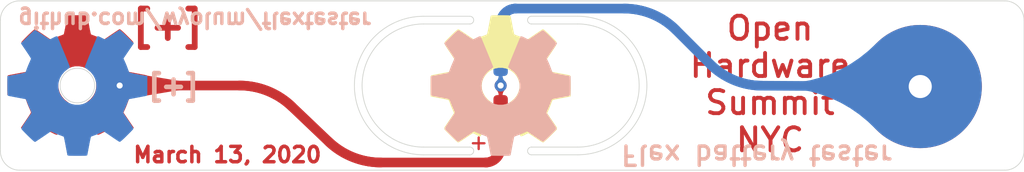
<source format=kicad_pcb>
(kicad_pcb (version 20171130) (host pcbnew 5.1.5-52549c5~84~ubuntu18.04.1)

  (general
    (thickness 0.254)
    (drawings 34)
    (tracks 206)
    (zones 0)
    (modules 8)
    (nets 4)
  )

  (page A4)
  (title_block
    (title flextester)
    (date 2020-03-13)
    (rev v1)
    (company WyoLum)
  )

  (layers
    (0 F.Cu signal)
    (31 B.Cu signal)
    (32 B.Adhes user)
    (33 F.Adhes user)
    (34 B.Paste user)
    (35 F.Paste user)
    (36 B.SilkS user)
    (37 F.SilkS user)
    (38 B.Mask user)
    (39 F.Mask user)
    (40 Dwgs.User user)
    (41 Cmts.User user)
    (42 Eco1.User user)
    (43 Eco2.User user)
    (44 Edge.Cuts user)
    (45 Margin user)
    (46 B.CrtYd user)
    (47 F.CrtYd user)
    (48 B.Fab user)
    (49 F.Fab user)
  )

  (setup
    (last_trace_width 0.25)
    (user_trace_width 0.2032)
    (user_trace_width 0.254)
    (user_trace_width 0.381)
    (user_trace_width 0.508)
    (user_trace_width 0.635)
    (trace_clearance 0.2)
    (zone_clearance 0)
    (zone_45_only no)
    (trace_min 0.2)
    (via_size 0.8)
    (via_drill 0.4)
    (via_min_size 0.4)
    (via_min_drill 0.3)
    (uvia_size 0.3)
    (uvia_drill 0.1)
    (uvias_allowed no)
    (uvia_min_size 0.2)
    (uvia_min_drill 0.1)
    (edge_width 0.05)
    (segment_width 0.2)
    (pcb_text_width 0.3)
    (pcb_text_size 1.5 1.5)
    (mod_edge_width 0.12)
    (mod_text_size 1 1)
    (mod_text_width 0.15)
    (pad_size 8.128 8.128)
    (pad_drill 1.524)
    (pad_to_mask_clearance 0.051)
    (solder_mask_min_width 0.25)
    (aux_axis_origin 0 0)
    (visible_elements FFFFFF7F)
    (pcbplotparams
      (layerselection 0x010fc_ffffffff)
      (usegerberextensions false)
      (usegerberattributes false)
      (usegerberadvancedattributes false)
      (creategerberjobfile false)
      (excludeedgelayer true)
      (linewidth 0.100000)
      (plotframeref false)
      (viasonmask false)
      (mode 1)
      (useauxorigin false)
      (hpglpennumber 1)
      (hpglpenspeed 20)
      (hpglpendiameter 15.000000)
      (psnegative false)
      (psa4output false)
      (plotreference true)
      (plotvalue true)
      (plotinvisibletext false)
      (padsonsilk false)
      (subtractmaskfromsilk false)
      (outputformat 1)
      (mirror false)
      (drillshape 1)
      (scaleselection 1)
      (outputdirectory ""))
  )

  (net 0 "")
  (net 1 GND)
  (net 2 +3V3)
  (net 3 "Net-(D1-Pad1)")

  (net_class Default "This is the default net class."
    (clearance 0.2)
    (trace_width 0.25)
    (via_dia 0.8)
    (via_drill 0.4)
    (uvia_dia 0.3)
    (uvia_drill 0.1)
    (add_net +3V3)
    (add_net GND)
    (add_net "Net-(D1-Pad1)")
  )

  (module flextester:OSHW-Logo2_14.6x12mm_Pad (layer F.Cu) (tedit 5E6B3AEC) (tstamp 5E6B7E79)
    (at -27.94 0.9144)
    (descr "Open Source Hardware Symbol")
    (tags "Logo Symbol OSHW")
    (path /5DF4886B)
    (attr virtual)
    (fp_text reference J2 (at 0 0 180) (layer F.SilkS) hide
      (effects (font (size 1 1) (thickness 0.15)))
    )
    (fp_text value [+] (at 0.75 0 180) (layer F.Fab) hide
      (effects (font (size 1 1) (thickness 0.15)))
    )
    (fp_poly (pts (xy 0.209014 -5.547002) (xy 0.367006 -5.546137) (xy 0.481347 -5.543795) (xy 0.559407 -5.539238)
      (xy 0.608554 -5.53173) (xy 0.636159 -5.520534) (xy 0.649592 -5.504912) (xy 0.656221 -5.484127)
      (xy 0.656865 -5.481437) (xy 0.666935 -5.432887) (xy 0.685575 -5.337095) (xy 0.710845 -5.204257)
      (xy 0.740807 -5.044569) (xy 0.773522 -4.868226) (xy 0.774664 -4.862033) (xy 0.807433 -4.689218)
      (xy 0.838093 -4.536531) (xy 0.864664 -4.413129) (xy 0.885167 -4.328169) (xy 0.897626 -4.29081)
      (xy 0.89822 -4.290148) (xy 0.934919 -4.271905) (xy 1.010586 -4.241503) (xy 1.108878 -4.205507)
      (xy 1.109425 -4.205315) (xy 1.233233 -4.158778) (xy 1.379196 -4.099496) (xy 1.516781 -4.039891)
      (xy 1.523293 -4.036944) (xy 1.74739 -3.935235) (xy 2.243619 -4.274103) (xy 2.395846 -4.377408)
      (xy 2.533741 -4.469763) (xy 2.649315 -4.545916) (xy 2.734579 -4.600615) (xy 2.781544 -4.628607)
      (xy 2.786004 -4.630683) (xy 2.820134 -4.62144) (xy 2.883881 -4.576844) (xy 2.979731 -4.494791)
      (xy 3.110169 -4.373179) (xy 3.243328 -4.243795) (xy 3.371694 -4.116298) (xy 3.486581 -3.999954)
      (xy 3.581073 -3.901948) (xy 3.648253 -3.829464) (xy 3.681206 -3.789687) (xy 3.682432 -3.787639)
      (xy 3.686074 -3.760344) (xy 3.67235 -3.715766) (xy 3.637869 -3.647888) (xy 3.579239 -3.550689)
      (xy 3.49307 -3.418149) (xy 3.3782 -3.247524) (xy 3.276254 -3.097345) (xy 3.185123 -2.96265)
      (xy 3.110073 -2.85126) (xy 3.056369 -2.770995) (xy 3.02928 -2.729675) (xy 3.027574 -2.72687)
      (xy 3.030882 -2.687279) (xy 3.055953 -2.610331) (xy 3.097798 -2.510568) (xy 3.112712 -2.478709)
      (xy 3.177786 -2.336774) (xy 3.247212 -2.175727) (xy 3.303609 -2.036379) (xy 3.344247 -1.932956)
      (xy 3.376526 -1.854358) (xy 3.395178 -1.81328) (xy 3.397497 -1.810115) (xy 3.431803 -1.804872)
      (xy 3.512669 -1.790506) (xy 3.629343 -1.769063) (xy 3.771075 -1.742587) (xy 3.92711 -1.713123)
      (xy 4.086698 -1.682717) (xy 4.239085 -1.653412) (xy 4.373521 -1.627255) (xy 4.479252 -1.60629)
      (xy 4.545526 -1.592561) (xy 4.561782 -1.58868) (xy 4.578573 -1.5791) (xy 4.591249 -1.557464)
      (xy 4.600378 -1.516469) (xy 4.606531 -1.448811) (xy 4.61028 -1.347188) (xy 4.612192 -1.204297)
      (xy 4.61284 -1.012835) (xy 4.612874 -0.934355) (xy 4.612874 -0.296094) (xy 4.459598 -0.26584)
      (xy 4.374322 -0.249436) (xy 4.24707 -0.225491) (xy 4.093315 -0.196893) (xy 3.928534 -0.166533)
      (xy 3.882989 -0.158194) (xy 3.730932 -0.12863) (xy 3.598468 -0.099558) (xy 3.496714 -0.073671)
      (xy 3.436788 -0.053663) (xy 3.426805 -0.047699) (xy 3.402293 -0.005466) (xy 3.367148 0.07637)
      (xy 3.328173 0.181683) (xy 3.320442 0.204368) (xy 3.26936 0.345018) (xy 3.205954 0.503714)
      (xy 3.143904 0.646225) (xy 3.143598 0.646886) (xy 3.040267 0.87044) (xy 3.719961 1.870232)
      (xy 3.283621 2.3073) (xy 3.151649 2.437381) (xy 3.031279 2.552048) (xy 2.929273 2.645181)
      (xy 2.852391 2.710658) (xy 2.807393 2.742357) (xy 2.800938 2.744368) (xy 2.76304 2.728529)
      (xy 2.685708 2.684496) (xy 2.577389 2.61749) (xy 2.446532 2.532734) (xy 2.305052 2.437816)
      (xy 2.161461 2.340998) (xy 2.033435 2.256751) (xy 1.929105 2.190258) (xy 1.8566 2.146702)
      (xy 1.824158 2.131264) (xy 1.784576 2.144328) (xy 1.709519 2.17875) (xy 1.614468 2.22738)
      (xy 1.604392 2.232785) (xy 1.476391 2.29698) (xy 1.388618 2.328463) (xy 1.334028 2.328798)
      (xy 1.305575 2.299548) (xy 1.30541 2.299138) (xy 1.291188 2.264498) (xy 1.257269 2.182269)
      (xy 1.206284 2.058814) (xy 1.140862 1.900498) (xy 1.063634 1.713686) (xy 0.977229 1.504742)
      (xy 0.893551 1.302446) (xy 0.801588 1.0792) (xy 0.71715 0.872392) (xy 0.642769 0.688362)
      (xy 0.580974 0.533451) (xy 0.534297 0.413996) (xy 0.505268 0.336339) (xy 0.496322 0.307356)
      (xy 0.518756 0.27411) (xy 0.577439 0.221123) (xy 0.655689 0.162704) (xy 0.878534 -0.022048)
      (xy 1.052718 -0.233818) (xy 1.176154 -0.468144) (xy 1.246754 -0.720566) (xy 1.262431 -0.986623)
      (xy 1.251036 -1.109425) (xy 1.18895 -1.364207) (xy 1.082023 -1.589199) (xy 0.936889 -1.782183)
      (xy 0.760178 -1.940939) (xy 0.558522 -2.06325) (xy 0.338554 -2.146895) (xy 0.106906 -2.189656)
      (xy -0.129791 -2.189313) (xy -0.364905 -2.143648) (xy -0.591804 -2.050441) (xy -0.803856 -1.907473)
      (xy -0.892364 -1.826617) (xy -1.062111 -1.618993) (xy -1.180301 -1.392105) (xy -1.247722 -1.152567)
      (xy -1.26516 -0.906993) (xy -1.233402 -0.661997) (xy -1.153235 -0.424192) (xy -1.025445 -0.200193)
      (xy -0.85082 0.003387) (xy -0.655688 0.162704) (xy -0.574409 0.223602) (xy -0.516991 0.276015)
      (xy -0.496322 0.307406) (xy -0.507144 0.341639) (xy -0.537923 0.423419) (xy -0.586126 0.546407)
      (xy -0.649222 0.704263) (xy -0.724678 0.890649) (xy -0.809962 1.099226) (xy -0.893781 1.302496)
      (xy -0.986255 1.525933) (xy -1.071911 1.732984) (xy -1.148118 1.917286) (xy -1.212247 2.072475)
      (xy -1.261668 2.192188) (xy -1.293752 2.270061) (xy -1.305641 2.299138) (xy -1.333726 2.328677)
      (xy -1.388051 2.328591) (xy -1.475605 2.297326) (xy -1.603381 2.233329) (xy -1.604392 2.232785)
      (xy -1.700598 2.183121) (xy -1.778369 2.146945) (xy -1.822223 2.131408) (xy -1.824158 2.131264)
      (xy -1.857171 2.147024) (xy -1.930054 2.19085) (xy -2.034678 2.257557) (xy -2.16291 2.341964)
      (xy -2.305052 2.437816) (xy -2.449767 2.534867) (xy -2.580196 2.61927) (xy -2.68789 2.685801)
      (xy -2.764402 2.729238) (xy -2.800938 2.744368) (xy -2.834582 2.724482) (xy -2.902224 2.668903)
      (xy -2.997107 2.583754) (xy -3.11247 2.475153) (xy -3.241555 2.349221) (xy -3.283771 2.307149)
      (xy -3.720261 1.869931) (xy -3.388023 1.38234) (xy -3.287054 1.232605) (xy -3.198438 1.09822)
      (xy -3.127146 0.986969) (xy -3.07815 0.906639) (xy -3.056422 0.865014) (xy -3.055785 0.862053)
      (xy -3.06724 0.822818) (xy -3.098051 0.743895) (xy -3.142884 0.638509) (xy -3.174353 0.567954)
      (xy -3.233192 0.432876) (xy -3.288604 0.296409) (xy -3.331564 0.181103) (xy -3.343234 0.145977)
      (xy -3.376389 0.052174) (xy -3.408799 -0.020306) (xy -3.426601 -0.047699) (xy -3.465886 -0.064464)
      (xy -3.551626 -0.08823) (xy -3.672697 -0.116303) (xy -3.817973 -0.145991) (xy -3.882988 -0.158194)
      (xy -4.048087 -0.188532) (xy -4.206448 -0.217907) (xy -4.342596 -0.243431) (xy -4.441057 -0.262215)
      (xy -4.459598 -0.26584) (xy -4.612873 -0.296094) (xy -4.612873 -0.934355) (xy -4.612529 -1.14423)
      (xy -4.611116 -1.30302) (xy -4.608064 -1.418027) (xy -4.602803 -1.496554) (xy -4.594763 -1.545904)
      (xy -4.583373 -1.573381) (xy -4.568063 -1.586287) (xy -4.561782 -1.58868) (xy -4.523896 -1.597167)
      (xy -4.440195 -1.6141) (xy -4.321433 -1.637434) (xy -4.178361 -1.665125) (xy -4.021732 -1.695127)
      (xy -3.862297 -1.725396) (xy -3.710809 -1.753885) (xy -3.578019 -1.778551) (xy -3.474681 -1.797349)
      (xy -3.411545 -1.808233) (xy -3.397497 -1.810115) (xy -3.38477 -1.835296) (xy -3.3566 -1.902378)
      (xy -3.318252 -1.998667) (xy -3.303609 -2.036379) (xy -3.244548 -2.182079) (xy -3.175 -2.343049)
      (xy -3.112712 -2.478709) (xy -3.066879 -2.582439) (xy -3.036387 -2.667674) (xy -3.026208 -2.719874)
      (xy -3.027831 -2.72687) (xy -3.049343 -2.759898) (xy -3.098465 -2.833357) (xy -3.169923 -2.939423)
      (xy -3.258445 -3.070274) (xy -3.358759 -3.218088) (xy -3.378594 -3.247266) (xy -3.494988 -3.420137)
      (xy -3.580548 -3.551774) (xy -3.638684 -3.648239) (xy -3.672808 -3.715592) (xy -3.686331 -3.759894)
      (xy -3.682664 -3.787206) (xy -3.68257 -3.78738) (xy -3.653707 -3.823254) (xy -3.589867 -3.892609)
      (xy -3.497969 -3.988255) (xy -3.384933 -4.103001) (xy -3.257679 -4.229659) (xy -3.243328 -4.243795)
      (xy -3.082957 -4.399097) (xy -2.959195 -4.51313) (xy -2.869555 -4.587998) (xy -2.811552 -4.625804)
      (xy -2.786004 -4.630683) (xy -2.748718 -4.609397) (xy -2.671343 -4.560227) (xy -2.561867 -4.488425)
      (xy -2.42828 -4.399245) (xy -2.27857 -4.297937) (xy -2.243618 -4.274103) (xy -1.74739 -3.935235)
      (xy -1.523293 -4.036944) (xy -1.387011 -4.096217) (xy -1.240724 -4.15583) (xy -1.114965 -4.20336)
      (xy -1.109425 -4.205315) (xy -1.011057 -4.241323) (xy -0.935229 -4.271771) (xy -0.898282 -4.290095)
      (xy -0.89822 -4.290148) (xy -0.886496 -4.323271) (xy -0.866568 -4.404733) (xy -0.840413 -4.525375)
      (xy -0.81001 -4.676041) (xy -0.777337 -4.847572) (xy -0.774664 -4.862033) (xy -0.74189 -5.038765)
      (xy -0.711802 -5.19919) (xy -0.686339 -5.333112) (xy -0.667441 -5.430337) (xy -0.657047 -5.480668)
      (xy -0.656865 -5.481437) (xy -0.650539 -5.502847) (xy -0.638239 -5.519012) (xy -0.612594 -5.530669)
      (xy -0.566235 -5.538555) (xy -0.491792 -5.543407) (xy -0.381895 -5.545961) (xy -0.229175 -5.546955)
      (xy -0.026262 -5.547126) (xy 0 -5.547126) (xy 0.209014 -5.547002)) (layer F.Cu) (width 0.01))
    (fp_poly (pts (xy 0.209014 -5.547002) (xy 0.367006 -5.546137) (xy 0.481347 -5.543795) (xy 0.559407 -5.539238)
      (xy 0.608554 -5.53173) (xy 0.636159 -5.520534) (xy 0.649592 -5.504912) (xy 0.656221 -5.484127)
      (xy 0.656865 -5.481437) (xy 0.666935 -5.432887) (xy 0.685575 -5.337095) (xy 0.710845 -5.204257)
      (xy 0.740807 -5.044569) (xy 0.773522 -4.868226) (xy 0.774664 -4.862033) (xy 0.807433 -4.689218)
      (xy 0.838093 -4.536531) (xy 0.864664 -4.413129) (xy 0.885167 -4.328169) (xy 0.897626 -4.29081)
      (xy 0.89822 -4.290148) (xy 0.934919 -4.271905) (xy 1.010586 -4.241503) (xy 1.108878 -4.205507)
      (xy 1.109425 -4.205315) (xy 1.233233 -4.158778) (xy 1.379196 -4.099496) (xy 1.516781 -4.039891)
      (xy 1.523293 -4.036944) (xy 1.74739 -3.935235) (xy 2.243619 -4.274103) (xy 2.395846 -4.377408)
      (xy 2.533741 -4.469763) (xy 2.649315 -4.545916) (xy 2.734579 -4.600615) (xy 2.781544 -4.628607)
      (xy 2.786004 -4.630683) (xy 2.820134 -4.62144) (xy 2.883881 -4.576844) (xy 2.979731 -4.494791)
      (xy 3.110169 -4.373179) (xy 3.243328 -4.243795) (xy 3.371694 -4.116298) (xy 3.486581 -3.999954)
      (xy 3.581073 -3.901948) (xy 3.648253 -3.829464) (xy 3.681206 -3.789687) (xy 3.682432 -3.787639)
      (xy 3.686074 -3.760344) (xy 3.67235 -3.715766) (xy 3.637869 -3.647888) (xy 3.579239 -3.550689)
      (xy 3.49307 -3.418149) (xy 3.3782 -3.247524) (xy 3.276254 -3.097345) (xy 3.185123 -2.96265)
      (xy 3.110073 -2.85126) (xy 3.056369 -2.770995) (xy 3.02928 -2.729675) (xy 3.027574 -2.72687)
      (xy 3.030882 -2.687279) (xy 3.055953 -2.610331) (xy 3.097798 -2.510568) (xy 3.112712 -2.478709)
      (xy 3.177786 -2.336774) (xy 3.247212 -2.175727) (xy 3.303609 -2.036379) (xy 3.344247 -1.932956)
      (xy 3.376526 -1.854358) (xy 3.395178 -1.81328) (xy 3.397497 -1.810115) (xy 3.431803 -1.804872)
      (xy 3.512669 -1.790506) (xy 3.629343 -1.769063) (xy 3.771075 -1.742587) (xy 3.92711 -1.713123)
      (xy 4.086698 -1.682717) (xy 4.239085 -1.653412) (xy 4.373521 -1.627255) (xy 4.479252 -1.60629)
      (xy 4.545526 -1.592561) (xy 4.561782 -1.58868) (xy 4.578573 -1.5791) (xy 4.591249 -1.557464)
      (xy 4.600378 -1.516469) (xy 4.606531 -1.448811) (xy 4.61028 -1.347188) (xy 4.612192 -1.204297)
      (xy 4.61284 -1.012835) (xy 4.612874 -0.934355) (xy 4.612874 -0.296094) (xy 4.459598 -0.26584)
      (xy 4.374322 -0.249436) (xy 4.24707 -0.225491) (xy 4.093315 -0.196893) (xy 3.928534 -0.166533)
      (xy 3.882989 -0.158194) (xy 3.730932 -0.12863) (xy 3.598468 -0.099558) (xy 3.496714 -0.073671)
      (xy 3.436788 -0.053663) (xy 3.426805 -0.047699) (xy 3.402293 -0.005466) (xy 3.367148 0.07637)
      (xy 3.328173 0.181683) (xy 3.320442 0.204368) (xy 3.26936 0.345018) (xy 3.205954 0.503714)
      (xy 3.143904 0.646225) (xy 3.143598 0.646886) (xy 3.040267 0.87044) (xy 3.719961 1.870232)
      (xy 3.283621 2.3073) (xy 3.151649 2.437381) (xy 3.031279 2.552048) (xy 2.929273 2.645181)
      (xy 2.852391 2.710658) (xy 2.807393 2.742357) (xy 2.800938 2.744368) (xy 2.76304 2.728529)
      (xy 2.685708 2.684496) (xy 2.577389 2.61749) (xy 2.446532 2.532734) (xy 2.305052 2.437816)
      (xy 2.161461 2.340998) (xy 2.033435 2.256751) (xy 1.929105 2.190258) (xy 1.8566 2.146702)
      (xy 1.824158 2.131264) (xy 1.784576 2.144328) (xy 1.709519 2.17875) (xy 1.614468 2.22738)
      (xy 1.604392 2.232785) (xy 1.476391 2.29698) (xy 1.388618 2.328463) (xy 1.334028 2.328798)
      (xy 1.305575 2.299548) (xy 1.30541 2.299138) (xy 1.291188 2.264498) (xy 1.257269 2.182269)
      (xy 1.206284 2.058814) (xy 1.140862 1.900498) (xy 1.063634 1.713686) (xy 0.977229 1.504742)
      (xy 0.893551 1.302446) (xy 0.801588 1.0792) (xy 0.71715 0.872392) (xy 0.642769 0.688362)
      (xy 0.580974 0.533451) (xy 0.534297 0.413996) (xy 0.505268 0.336339) (xy 0.496322 0.307356)
      (xy 0.518756 0.27411) (xy 0.577439 0.221123) (xy 0.655689 0.162704) (xy 0.878534 -0.022048)
      (xy 1.052718 -0.233818) (xy 1.176154 -0.468144) (xy 1.246754 -0.720566) (xy 1.262431 -0.986623)
      (xy 1.251036 -1.109425) (xy 1.18895 -1.364207) (xy 1.082023 -1.589199) (xy 0.936889 -1.782183)
      (xy 0.760178 -1.940939) (xy 0.558522 -2.06325) (xy 0.338554 -2.146895) (xy 0.106906 -2.189656)
      (xy -0.129791 -2.189313) (xy -0.364905 -2.143648) (xy -0.591804 -2.050441) (xy -0.803856 -1.907473)
      (xy -0.892364 -1.826617) (xy -1.062111 -1.618993) (xy -1.180301 -1.392105) (xy -1.247722 -1.152567)
      (xy -1.26516 -0.906993) (xy -1.233402 -0.661997) (xy -1.153235 -0.424192) (xy -1.025445 -0.200193)
      (xy -0.85082 0.003387) (xy -0.655688 0.162704) (xy -0.574409 0.223602) (xy -0.516991 0.276015)
      (xy -0.496322 0.307406) (xy -0.507144 0.341639) (xy -0.537923 0.423419) (xy -0.586126 0.546407)
      (xy -0.649222 0.704263) (xy -0.724678 0.890649) (xy -0.809962 1.099226) (xy -0.893781 1.302496)
      (xy -0.986255 1.525933) (xy -1.071911 1.732984) (xy -1.148118 1.917286) (xy -1.212247 2.072475)
      (xy -1.261668 2.192188) (xy -1.293752 2.270061) (xy -1.305641 2.299138) (xy -1.333726 2.328677)
      (xy -1.388051 2.328591) (xy -1.475605 2.297326) (xy -1.603381 2.233329) (xy -1.604392 2.232785)
      (xy -1.700598 2.183121) (xy -1.778369 2.146945) (xy -1.822223 2.131408) (xy -1.824158 2.131264)
      (xy -1.857171 2.147024) (xy -1.930054 2.19085) (xy -2.034678 2.257557) (xy -2.16291 2.341964)
      (xy -2.305052 2.437816) (xy -2.449767 2.534867) (xy -2.580196 2.61927) (xy -2.68789 2.685801)
      (xy -2.764402 2.729238) (xy -2.800938 2.744368) (xy -2.834582 2.724482) (xy -2.902224 2.668903)
      (xy -2.997107 2.583754) (xy -3.11247 2.475153) (xy -3.241555 2.349221) (xy -3.283771 2.307149)
      (xy -3.720261 1.869931) (xy -3.388023 1.38234) (xy -3.287054 1.232605) (xy -3.198438 1.09822)
      (xy -3.127146 0.986969) (xy -3.07815 0.906639) (xy -3.056422 0.865014) (xy -3.055785 0.862053)
      (xy -3.06724 0.822818) (xy -3.098051 0.743895) (xy -3.142884 0.638509) (xy -3.174353 0.567954)
      (xy -3.233192 0.432876) (xy -3.288604 0.296409) (xy -3.331564 0.181103) (xy -3.343234 0.145977)
      (xy -3.376389 0.052174) (xy -3.408799 -0.020306) (xy -3.426601 -0.047699) (xy -3.465886 -0.064464)
      (xy -3.551626 -0.08823) (xy -3.672697 -0.116303) (xy -3.817973 -0.145991) (xy -3.882988 -0.158194)
      (xy -4.048087 -0.188532) (xy -4.206448 -0.217907) (xy -4.342596 -0.243431) (xy -4.441057 -0.262215)
      (xy -4.459598 -0.26584) (xy -4.612873 -0.296094) (xy -4.612873 -0.934355) (xy -4.612529 -1.14423)
      (xy -4.611116 -1.30302) (xy -4.608064 -1.418027) (xy -4.602803 -1.496554) (xy -4.594763 -1.545904)
      (xy -4.583373 -1.573381) (xy -4.568063 -1.586287) (xy -4.561782 -1.58868) (xy -4.523896 -1.597167)
      (xy -4.440195 -1.6141) (xy -4.321433 -1.637434) (xy -4.178361 -1.665125) (xy -4.021732 -1.695127)
      (xy -3.862297 -1.725396) (xy -3.710809 -1.753885) (xy -3.578019 -1.778551) (xy -3.474681 -1.797349)
      (xy -3.411545 -1.808233) (xy -3.397497 -1.810115) (xy -3.38477 -1.835296) (xy -3.3566 -1.902378)
      (xy -3.318252 -1.998667) (xy -3.303609 -2.036379) (xy -3.244548 -2.182079) (xy -3.175 -2.343049)
      (xy -3.112712 -2.478709) (xy -3.066879 -2.582439) (xy -3.036387 -2.667674) (xy -3.026208 -2.719874)
      (xy -3.027831 -2.72687) (xy -3.049343 -2.759898) (xy -3.098465 -2.833357) (xy -3.169923 -2.939423)
      (xy -3.258445 -3.070274) (xy -3.358759 -3.218088) (xy -3.378594 -3.247266) (xy -3.494988 -3.420137)
      (xy -3.580548 -3.551774) (xy -3.638684 -3.648239) (xy -3.672808 -3.715592) (xy -3.686331 -3.759894)
      (xy -3.682664 -3.787206) (xy -3.68257 -3.78738) (xy -3.653707 -3.823254) (xy -3.589867 -3.892609)
      (xy -3.497969 -3.988255) (xy -3.384933 -4.103001) (xy -3.257679 -4.229659) (xy -3.243328 -4.243795)
      (xy -3.082957 -4.399097) (xy -2.959195 -4.51313) (xy -2.869555 -4.587998) (xy -2.811552 -4.625804)
      (xy -2.786004 -4.630683) (xy -2.748718 -4.609397) (xy -2.671343 -4.560227) (xy -2.561867 -4.488425)
      (xy -2.42828 -4.399245) (xy -2.27857 -4.297937) (xy -2.243618 -4.274103) (xy -1.74739 -3.935235)
      (xy -1.523293 -4.036944) (xy -1.387011 -4.096217) (xy -1.240724 -4.15583) (xy -1.114965 -4.20336)
      (xy -1.109425 -4.205315) (xy -1.011057 -4.241323) (xy -0.935229 -4.271771) (xy -0.898282 -4.290095)
      (xy -0.89822 -4.290148) (xy -0.886496 -4.323271) (xy -0.866568 -4.404733) (xy -0.840413 -4.525375)
      (xy -0.81001 -4.676041) (xy -0.777337 -4.847572) (xy -0.774664 -4.862033) (xy -0.74189 -5.038765)
      (xy -0.711802 -5.19919) (xy -0.686339 -5.333112) (xy -0.667441 -5.430337) (xy -0.657047 -5.480668)
      (xy -0.656865 -5.481437) (xy -0.650539 -5.502847) (xy -0.638239 -5.519012) (xy -0.612594 -5.530669)
      (xy -0.566235 -5.538555) (xy -0.491792 -5.543407) (xy -0.381895 -5.545961) (xy -0.229175 -5.546955)
      (xy -0.026262 -5.547126) (xy 0 -5.547126) (xy 0.209014 -5.547002)) (layer F.Mask) (width 0.01))
    (pad 1 smd circle (at 0 -3.4) (size 1.5 1.5) (layers F.Cu F.Mask)
      (net 2 +3V3))
  )

  (module flextester:OSHW-Logo2_14.6x12mm_Pad (layer B.Cu) (tedit 5E6B3AEC) (tstamp 5E6B806A)
    (at -27.94 -0.9144)
    (descr "Open Source Hardware Symbol")
    (tags "Logo Symbol OSHW")
    (path /5E6B576A)
    (attr virtual)
    (fp_text reference J4 (at 0 0 180) (layer B.SilkS) hide
      (effects (font (size 1 1) (thickness 0.15)) (justify mirror))
    )
    (fp_text value [+] (at 0.75 0 180) (layer B.Fab) hide
      (effects (font (size 1 1) (thickness 0.15)) (justify mirror))
    )
    (fp_poly (pts (xy 0.209014 5.547002) (xy 0.367006 5.546137) (xy 0.481347 5.543795) (xy 0.559407 5.539238)
      (xy 0.608554 5.53173) (xy 0.636159 5.520534) (xy 0.649592 5.504912) (xy 0.656221 5.484127)
      (xy 0.656865 5.481437) (xy 0.666935 5.432887) (xy 0.685575 5.337095) (xy 0.710845 5.204257)
      (xy 0.740807 5.044569) (xy 0.773522 4.868226) (xy 0.774664 4.862033) (xy 0.807433 4.689218)
      (xy 0.838093 4.536531) (xy 0.864664 4.413129) (xy 0.885167 4.328169) (xy 0.897626 4.29081)
      (xy 0.89822 4.290148) (xy 0.934919 4.271905) (xy 1.010586 4.241503) (xy 1.108878 4.205507)
      (xy 1.109425 4.205315) (xy 1.233233 4.158778) (xy 1.379196 4.099496) (xy 1.516781 4.039891)
      (xy 1.523293 4.036944) (xy 1.74739 3.935235) (xy 2.243619 4.274103) (xy 2.395846 4.377408)
      (xy 2.533741 4.469763) (xy 2.649315 4.545916) (xy 2.734579 4.600615) (xy 2.781544 4.628607)
      (xy 2.786004 4.630683) (xy 2.820134 4.62144) (xy 2.883881 4.576844) (xy 2.979731 4.494791)
      (xy 3.110169 4.373179) (xy 3.243328 4.243795) (xy 3.371694 4.116298) (xy 3.486581 3.999954)
      (xy 3.581073 3.901948) (xy 3.648253 3.829464) (xy 3.681206 3.789687) (xy 3.682432 3.787639)
      (xy 3.686074 3.760344) (xy 3.67235 3.715766) (xy 3.637869 3.647888) (xy 3.579239 3.550689)
      (xy 3.49307 3.418149) (xy 3.3782 3.247524) (xy 3.276254 3.097345) (xy 3.185123 2.96265)
      (xy 3.110073 2.85126) (xy 3.056369 2.770995) (xy 3.02928 2.729675) (xy 3.027574 2.72687)
      (xy 3.030882 2.687279) (xy 3.055953 2.610331) (xy 3.097798 2.510568) (xy 3.112712 2.478709)
      (xy 3.177786 2.336774) (xy 3.247212 2.175727) (xy 3.303609 2.036379) (xy 3.344247 1.932956)
      (xy 3.376526 1.854358) (xy 3.395178 1.81328) (xy 3.397497 1.810115) (xy 3.431803 1.804872)
      (xy 3.512669 1.790506) (xy 3.629343 1.769063) (xy 3.771075 1.742587) (xy 3.92711 1.713123)
      (xy 4.086698 1.682717) (xy 4.239085 1.653412) (xy 4.373521 1.627255) (xy 4.479252 1.60629)
      (xy 4.545526 1.592561) (xy 4.561782 1.58868) (xy 4.578573 1.5791) (xy 4.591249 1.557464)
      (xy 4.600378 1.516469) (xy 4.606531 1.448811) (xy 4.61028 1.347188) (xy 4.612192 1.204297)
      (xy 4.61284 1.012835) (xy 4.612874 0.934355) (xy 4.612874 0.296094) (xy 4.459598 0.26584)
      (xy 4.374322 0.249436) (xy 4.24707 0.225491) (xy 4.093315 0.196893) (xy 3.928534 0.166533)
      (xy 3.882989 0.158194) (xy 3.730932 0.12863) (xy 3.598468 0.099558) (xy 3.496714 0.073671)
      (xy 3.436788 0.053663) (xy 3.426805 0.047699) (xy 3.402293 0.005466) (xy 3.367148 -0.07637)
      (xy 3.328173 -0.181683) (xy 3.320442 -0.204368) (xy 3.26936 -0.345018) (xy 3.205954 -0.503714)
      (xy 3.143904 -0.646225) (xy 3.143598 -0.646886) (xy 3.040267 -0.87044) (xy 3.719961 -1.870232)
      (xy 3.283621 -2.3073) (xy 3.151649 -2.437381) (xy 3.031279 -2.552048) (xy 2.929273 -2.645181)
      (xy 2.852391 -2.710658) (xy 2.807393 -2.742357) (xy 2.800938 -2.744368) (xy 2.76304 -2.728529)
      (xy 2.685708 -2.684496) (xy 2.577389 -2.61749) (xy 2.446532 -2.532734) (xy 2.305052 -2.437816)
      (xy 2.161461 -2.340998) (xy 2.033435 -2.256751) (xy 1.929105 -2.190258) (xy 1.8566 -2.146702)
      (xy 1.824158 -2.131264) (xy 1.784576 -2.144328) (xy 1.709519 -2.17875) (xy 1.614468 -2.22738)
      (xy 1.604392 -2.232785) (xy 1.476391 -2.29698) (xy 1.388618 -2.328463) (xy 1.334028 -2.328798)
      (xy 1.305575 -2.299548) (xy 1.30541 -2.299138) (xy 1.291188 -2.264498) (xy 1.257269 -2.182269)
      (xy 1.206284 -2.058814) (xy 1.140862 -1.900498) (xy 1.063634 -1.713686) (xy 0.977229 -1.504742)
      (xy 0.893551 -1.302446) (xy 0.801588 -1.0792) (xy 0.71715 -0.872392) (xy 0.642769 -0.688362)
      (xy 0.580974 -0.533451) (xy 0.534297 -0.413996) (xy 0.505268 -0.336339) (xy 0.496322 -0.307356)
      (xy 0.518756 -0.27411) (xy 0.577439 -0.221123) (xy 0.655689 -0.162704) (xy 0.878534 0.022048)
      (xy 1.052718 0.233818) (xy 1.176154 0.468144) (xy 1.246754 0.720566) (xy 1.262431 0.986623)
      (xy 1.251036 1.109425) (xy 1.18895 1.364207) (xy 1.082023 1.589199) (xy 0.936889 1.782183)
      (xy 0.760178 1.940939) (xy 0.558522 2.06325) (xy 0.338554 2.146895) (xy 0.106906 2.189656)
      (xy -0.129791 2.189313) (xy -0.364905 2.143648) (xy -0.591804 2.050441) (xy -0.803856 1.907473)
      (xy -0.892364 1.826617) (xy -1.062111 1.618993) (xy -1.180301 1.392105) (xy -1.247722 1.152567)
      (xy -1.26516 0.906993) (xy -1.233402 0.661997) (xy -1.153235 0.424192) (xy -1.025445 0.200193)
      (xy -0.85082 -0.003387) (xy -0.655688 -0.162704) (xy -0.574409 -0.223602) (xy -0.516991 -0.276015)
      (xy -0.496322 -0.307406) (xy -0.507144 -0.341639) (xy -0.537923 -0.423419) (xy -0.586126 -0.546407)
      (xy -0.649222 -0.704263) (xy -0.724678 -0.890649) (xy -0.809962 -1.099226) (xy -0.893781 -1.302496)
      (xy -0.986255 -1.525933) (xy -1.071911 -1.732984) (xy -1.148118 -1.917286) (xy -1.212247 -2.072475)
      (xy -1.261668 -2.192188) (xy -1.293752 -2.270061) (xy -1.305641 -2.299138) (xy -1.333726 -2.328677)
      (xy -1.388051 -2.328591) (xy -1.475605 -2.297326) (xy -1.603381 -2.233329) (xy -1.604392 -2.232785)
      (xy -1.700598 -2.183121) (xy -1.778369 -2.146945) (xy -1.822223 -2.131408) (xy -1.824158 -2.131264)
      (xy -1.857171 -2.147024) (xy -1.930054 -2.19085) (xy -2.034678 -2.257557) (xy -2.16291 -2.341964)
      (xy -2.305052 -2.437816) (xy -2.449767 -2.534867) (xy -2.580196 -2.61927) (xy -2.68789 -2.685801)
      (xy -2.764402 -2.729238) (xy -2.800938 -2.744368) (xy -2.834582 -2.724482) (xy -2.902224 -2.668903)
      (xy -2.997107 -2.583754) (xy -3.11247 -2.475153) (xy -3.241555 -2.349221) (xy -3.283771 -2.307149)
      (xy -3.720261 -1.869931) (xy -3.388023 -1.38234) (xy -3.287054 -1.232605) (xy -3.198438 -1.09822)
      (xy -3.127146 -0.986969) (xy -3.07815 -0.906639) (xy -3.056422 -0.865014) (xy -3.055785 -0.862053)
      (xy -3.06724 -0.822818) (xy -3.098051 -0.743895) (xy -3.142884 -0.638509) (xy -3.174353 -0.567954)
      (xy -3.233192 -0.432876) (xy -3.288604 -0.296409) (xy -3.331564 -0.181103) (xy -3.343234 -0.145977)
      (xy -3.376389 -0.052174) (xy -3.408799 0.020306) (xy -3.426601 0.047699) (xy -3.465886 0.064464)
      (xy -3.551626 0.08823) (xy -3.672697 0.116303) (xy -3.817973 0.145991) (xy -3.882988 0.158194)
      (xy -4.048087 0.188532) (xy -4.206448 0.217907) (xy -4.342596 0.243431) (xy -4.441057 0.262215)
      (xy -4.459598 0.26584) (xy -4.612873 0.296094) (xy -4.612873 0.934355) (xy -4.612529 1.14423)
      (xy -4.611116 1.30302) (xy -4.608064 1.418027) (xy -4.602803 1.496554) (xy -4.594763 1.545904)
      (xy -4.583373 1.573381) (xy -4.568063 1.586287) (xy -4.561782 1.58868) (xy -4.523896 1.597167)
      (xy -4.440195 1.6141) (xy -4.321433 1.637434) (xy -4.178361 1.665125) (xy -4.021732 1.695127)
      (xy -3.862297 1.725396) (xy -3.710809 1.753885) (xy -3.578019 1.778551) (xy -3.474681 1.797349)
      (xy -3.411545 1.808233) (xy -3.397497 1.810115) (xy -3.38477 1.835296) (xy -3.3566 1.902378)
      (xy -3.318252 1.998667) (xy -3.303609 2.036379) (xy -3.244548 2.182079) (xy -3.175 2.343049)
      (xy -3.112712 2.478709) (xy -3.066879 2.582439) (xy -3.036387 2.667674) (xy -3.026208 2.719874)
      (xy -3.027831 2.72687) (xy -3.049343 2.759898) (xy -3.098465 2.833357) (xy -3.169923 2.939423)
      (xy -3.258445 3.070274) (xy -3.358759 3.218088) (xy -3.378594 3.247266) (xy -3.494988 3.420137)
      (xy -3.580548 3.551774) (xy -3.638684 3.648239) (xy -3.672808 3.715592) (xy -3.686331 3.759894)
      (xy -3.682664 3.787206) (xy -3.68257 3.78738) (xy -3.653707 3.823254) (xy -3.589867 3.892609)
      (xy -3.497969 3.988255) (xy -3.384933 4.103001) (xy -3.257679 4.229659) (xy -3.243328 4.243795)
      (xy -3.082957 4.399097) (xy -2.959195 4.51313) (xy -2.869555 4.587998) (xy -2.811552 4.625804)
      (xy -2.786004 4.630683) (xy -2.748718 4.609397) (xy -2.671343 4.560227) (xy -2.561867 4.488425)
      (xy -2.42828 4.399245) (xy -2.27857 4.297937) (xy -2.243618 4.274103) (xy -1.74739 3.935235)
      (xy -1.523293 4.036944) (xy -1.387011 4.096217) (xy -1.240724 4.15583) (xy -1.114965 4.20336)
      (xy -1.109425 4.205315) (xy -1.011057 4.241323) (xy -0.935229 4.271771) (xy -0.898282 4.290095)
      (xy -0.89822 4.290148) (xy -0.886496 4.323271) (xy -0.866568 4.404733) (xy -0.840413 4.525375)
      (xy -0.81001 4.676041) (xy -0.777337 4.847572) (xy -0.774664 4.862033) (xy -0.74189 5.038765)
      (xy -0.711802 5.19919) (xy -0.686339 5.333112) (xy -0.667441 5.430337) (xy -0.657047 5.480668)
      (xy -0.656865 5.481437) (xy -0.650539 5.502847) (xy -0.638239 5.519012) (xy -0.612594 5.530669)
      (xy -0.566235 5.538555) (xy -0.491792 5.543407) (xy -0.381895 5.545961) (xy -0.229175 5.546955)
      (xy -0.026262 5.547126) (xy 0 5.547126) (xy 0.209014 5.547002)) (layer B.Cu) (width 0.01))
    (fp_poly (pts (xy 0.209014 5.547002) (xy 0.367006 5.546137) (xy 0.481347 5.543795) (xy 0.559407 5.539238)
      (xy 0.608554 5.53173) (xy 0.636159 5.520534) (xy 0.649592 5.504912) (xy 0.656221 5.484127)
      (xy 0.656865 5.481437) (xy 0.666935 5.432887) (xy 0.685575 5.337095) (xy 0.710845 5.204257)
      (xy 0.740807 5.044569) (xy 0.773522 4.868226) (xy 0.774664 4.862033) (xy 0.807433 4.689218)
      (xy 0.838093 4.536531) (xy 0.864664 4.413129) (xy 0.885167 4.328169) (xy 0.897626 4.29081)
      (xy 0.89822 4.290148) (xy 0.934919 4.271905) (xy 1.010586 4.241503) (xy 1.108878 4.205507)
      (xy 1.109425 4.205315) (xy 1.233233 4.158778) (xy 1.379196 4.099496) (xy 1.516781 4.039891)
      (xy 1.523293 4.036944) (xy 1.74739 3.935235) (xy 2.243619 4.274103) (xy 2.395846 4.377408)
      (xy 2.533741 4.469763) (xy 2.649315 4.545916) (xy 2.734579 4.600615) (xy 2.781544 4.628607)
      (xy 2.786004 4.630683) (xy 2.820134 4.62144) (xy 2.883881 4.576844) (xy 2.979731 4.494791)
      (xy 3.110169 4.373179) (xy 3.243328 4.243795) (xy 3.371694 4.116298) (xy 3.486581 3.999954)
      (xy 3.581073 3.901948) (xy 3.648253 3.829464) (xy 3.681206 3.789687) (xy 3.682432 3.787639)
      (xy 3.686074 3.760344) (xy 3.67235 3.715766) (xy 3.637869 3.647888) (xy 3.579239 3.550689)
      (xy 3.49307 3.418149) (xy 3.3782 3.247524) (xy 3.276254 3.097345) (xy 3.185123 2.96265)
      (xy 3.110073 2.85126) (xy 3.056369 2.770995) (xy 3.02928 2.729675) (xy 3.027574 2.72687)
      (xy 3.030882 2.687279) (xy 3.055953 2.610331) (xy 3.097798 2.510568) (xy 3.112712 2.478709)
      (xy 3.177786 2.336774) (xy 3.247212 2.175727) (xy 3.303609 2.036379) (xy 3.344247 1.932956)
      (xy 3.376526 1.854358) (xy 3.395178 1.81328) (xy 3.397497 1.810115) (xy 3.431803 1.804872)
      (xy 3.512669 1.790506) (xy 3.629343 1.769063) (xy 3.771075 1.742587) (xy 3.92711 1.713123)
      (xy 4.086698 1.682717) (xy 4.239085 1.653412) (xy 4.373521 1.627255) (xy 4.479252 1.60629)
      (xy 4.545526 1.592561) (xy 4.561782 1.58868) (xy 4.578573 1.5791) (xy 4.591249 1.557464)
      (xy 4.600378 1.516469) (xy 4.606531 1.448811) (xy 4.61028 1.347188) (xy 4.612192 1.204297)
      (xy 4.61284 1.012835) (xy 4.612874 0.934355) (xy 4.612874 0.296094) (xy 4.459598 0.26584)
      (xy 4.374322 0.249436) (xy 4.24707 0.225491) (xy 4.093315 0.196893) (xy 3.928534 0.166533)
      (xy 3.882989 0.158194) (xy 3.730932 0.12863) (xy 3.598468 0.099558) (xy 3.496714 0.073671)
      (xy 3.436788 0.053663) (xy 3.426805 0.047699) (xy 3.402293 0.005466) (xy 3.367148 -0.07637)
      (xy 3.328173 -0.181683) (xy 3.320442 -0.204368) (xy 3.26936 -0.345018) (xy 3.205954 -0.503714)
      (xy 3.143904 -0.646225) (xy 3.143598 -0.646886) (xy 3.040267 -0.87044) (xy 3.719961 -1.870232)
      (xy 3.283621 -2.3073) (xy 3.151649 -2.437381) (xy 3.031279 -2.552048) (xy 2.929273 -2.645181)
      (xy 2.852391 -2.710658) (xy 2.807393 -2.742357) (xy 2.800938 -2.744368) (xy 2.76304 -2.728529)
      (xy 2.685708 -2.684496) (xy 2.577389 -2.61749) (xy 2.446532 -2.532734) (xy 2.305052 -2.437816)
      (xy 2.161461 -2.340998) (xy 2.033435 -2.256751) (xy 1.929105 -2.190258) (xy 1.8566 -2.146702)
      (xy 1.824158 -2.131264) (xy 1.784576 -2.144328) (xy 1.709519 -2.17875) (xy 1.614468 -2.22738)
      (xy 1.604392 -2.232785) (xy 1.476391 -2.29698) (xy 1.388618 -2.328463) (xy 1.334028 -2.328798)
      (xy 1.305575 -2.299548) (xy 1.30541 -2.299138) (xy 1.291188 -2.264498) (xy 1.257269 -2.182269)
      (xy 1.206284 -2.058814) (xy 1.140862 -1.900498) (xy 1.063634 -1.713686) (xy 0.977229 -1.504742)
      (xy 0.893551 -1.302446) (xy 0.801588 -1.0792) (xy 0.71715 -0.872392) (xy 0.642769 -0.688362)
      (xy 0.580974 -0.533451) (xy 0.534297 -0.413996) (xy 0.505268 -0.336339) (xy 0.496322 -0.307356)
      (xy 0.518756 -0.27411) (xy 0.577439 -0.221123) (xy 0.655689 -0.162704) (xy 0.878534 0.022048)
      (xy 1.052718 0.233818) (xy 1.176154 0.468144) (xy 1.246754 0.720566) (xy 1.262431 0.986623)
      (xy 1.251036 1.109425) (xy 1.18895 1.364207) (xy 1.082023 1.589199) (xy 0.936889 1.782183)
      (xy 0.760178 1.940939) (xy 0.558522 2.06325) (xy 0.338554 2.146895) (xy 0.106906 2.189656)
      (xy -0.129791 2.189313) (xy -0.364905 2.143648) (xy -0.591804 2.050441) (xy -0.803856 1.907473)
      (xy -0.892364 1.826617) (xy -1.062111 1.618993) (xy -1.180301 1.392105) (xy -1.247722 1.152567)
      (xy -1.26516 0.906993) (xy -1.233402 0.661997) (xy -1.153235 0.424192) (xy -1.025445 0.200193)
      (xy -0.85082 -0.003387) (xy -0.655688 -0.162704) (xy -0.574409 -0.223602) (xy -0.516991 -0.276015)
      (xy -0.496322 -0.307406) (xy -0.507144 -0.341639) (xy -0.537923 -0.423419) (xy -0.586126 -0.546407)
      (xy -0.649222 -0.704263) (xy -0.724678 -0.890649) (xy -0.809962 -1.099226) (xy -0.893781 -1.302496)
      (xy -0.986255 -1.525933) (xy -1.071911 -1.732984) (xy -1.148118 -1.917286) (xy -1.212247 -2.072475)
      (xy -1.261668 -2.192188) (xy -1.293752 -2.270061) (xy -1.305641 -2.299138) (xy -1.333726 -2.328677)
      (xy -1.388051 -2.328591) (xy -1.475605 -2.297326) (xy -1.603381 -2.233329) (xy -1.604392 -2.232785)
      (xy -1.700598 -2.183121) (xy -1.778369 -2.146945) (xy -1.822223 -2.131408) (xy -1.824158 -2.131264)
      (xy -1.857171 -2.147024) (xy -1.930054 -2.19085) (xy -2.034678 -2.257557) (xy -2.16291 -2.341964)
      (xy -2.305052 -2.437816) (xy -2.449767 -2.534867) (xy -2.580196 -2.61927) (xy -2.68789 -2.685801)
      (xy -2.764402 -2.729238) (xy -2.800938 -2.744368) (xy -2.834582 -2.724482) (xy -2.902224 -2.668903)
      (xy -2.997107 -2.583754) (xy -3.11247 -2.475153) (xy -3.241555 -2.349221) (xy -3.283771 -2.307149)
      (xy -3.720261 -1.869931) (xy -3.388023 -1.38234) (xy -3.287054 -1.232605) (xy -3.198438 -1.09822)
      (xy -3.127146 -0.986969) (xy -3.07815 -0.906639) (xy -3.056422 -0.865014) (xy -3.055785 -0.862053)
      (xy -3.06724 -0.822818) (xy -3.098051 -0.743895) (xy -3.142884 -0.638509) (xy -3.174353 -0.567954)
      (xy -3.233192 -0.432876) (xy -3.288604 -0.296409) (xy -3.331564 -0.181103) (xy -3.343234 -0.145977)
      (xy -3.376389 -0.052174) (xy -3.408799 0.020306) (xy -3.426601 0.047699) (xy -3.465886 0.064464)
      (xy -3.551626 0.08823) (xy -3.672697 0.116303) (xy -3.817973 0.145991) (xy -3.882988 0.158194)
      (xy -4.048087 0.188532) (xy -4.206448 0.217907) (xy -4.342596 0.243431) (xy -4.441057 0.262215)
      (xy -4.459598 0.26584) (xy -4.612873 0.296094) (xy -4.612873 0.934355) (xy -4.612529 1.14423)
      (xy -4.611116 1.30302) (xy -4.608064 1.418027) (xy -4.602803 1.496554) (xy -4.594763 1.545904)
      (xy -4.583373 1.573381) (xy -4.568063 1.586287) (xy -4.561782 1.58868) (xy -4.523896 1.597167)
      (xy -4.440195 1.6141) (xy -4.321433 1.637434) (xy -4.178361 1.665125) (xy -4.021732 1.695127)
      (xy -3.862297 1.725396) (xy -3.710809 1.753885) (xy -3.578019 1.778551) (xy -3.474681 1.797349)
      (xy -3.411545 1.808233) (xy -3.397497 1.810115) (xy -3.38477 1.835296) (xy -3.3566 1.902378)
      (xy -3.318252 1.998667) (xy -3.303609 2.036379) (xy -3.244548 2.182079) (xy -3.175 2.343049)
      (xy -3.112712 2.478709) (xy -3.066879 2.582439) (xy -3.036387 2.667674) (xy -3.026208 2.719874)
      (xy -3.027831 2.72687) (xy -3.049343 2.759898) (xy -3.098465 2.833357) (xy -3.169923 2.939423)
      (xy -3.258445 3.070274) (xy -3.358759 3.218088) (xy -3.378594 3.247266) (xy -3.494988 3.420137)
      (xy -3.580548 3.551774) (xy -3.638684 3.648239) (xy -3.672808 3.715592) (xy -3.686331 3.759894)
      (xy -3.682664 3.787206) (xy -3.68257 3.78738) (xy -3.653707 3.823254) (xy -3.589867 3.892609)
      (xy -3.497969 3.988255) (xy -3.384933 4.103001) (xy -3.257679 4.229659) (xy -3.243328 4.243795)
      (xy -3.082957 4.399097) (xy -2.959195 4.51313) (xy -2.869555 4.587998) (xy -2.811552 4.625804)
      (xy -2.786004 4.630683) (xy -2.748718 4.609397) (xy -2.671343 4.560227) (xy -2.561867 4.488425)
      (xy -2.42828 4.399245) (xy -2.27857 4.297937) (xy -2.243618 4.274103) (xy -1.74739 3.935235)
      (xy -1.523293 4.036944) (xy -1.387011 4.096217) (xy -1.240724 4.15583) (xy -1.114965 4.20336)
      (xy -1.109425 4.205315) (xy -1.011057 4.241323) (xy -0.935229 4.271771) (xy -0.898282 4.290095)
      (xy -0.89822 4.290148) (xy -0.886496 4.323271) (xy -0.866568 4.404733) (xy -0.840413 4.525375)
      (xy -0.81001 4.676041) (xy -0.777337 4.847572) (xy -0.774664 4.862033) (xy -0.74189 5.038765)
      (xy -0.711802 5.19919) (xy -0.686339 5.333112) (xy -0.667441 5.430337) (xy -0.657047 5.480668)
      (xy -0.656865 5.481437) (xy -0.650539 5.502847) (xy -0.638239 5.519012) (xy -0.612594 5.530669)
      (xy -0.566235 5.538555) (xy -0.491792 5.543407) (xy -0.381895 5.545961) (xy -0.229175 5.546955)
      (xy -0.026262 5.547126) (xy 0 5.547126) (xy 0.209014 5.547002)) (layer B.Mask) (width 0.01))
    (pad 1 smd circle (at 0 3.4) (size 1.5 1.5) (layers B.Cu B.Mask)
      (net 2 +3V3))
  )

  (module flextester:OSHW-Logo2_14.6x12mm_SilkScreen (layer B.Cu) (tedit 5E6B2BFF) (tstamp 5E6B7E74)
    (at 0 -0.9144)
    (descr "Open Source Hardware Symbol")
    (tags "Logo Symbol OSHW")
    (path /5DF48217)
    (attr virtual)
    (fp_text reference J1 (at 0 0 180) (layer B.SilkS) hide
      (effects (font (size 1 1) (thickness 0.15)) (justify mirror))
    )
    (fp_text value Logo (at 0.75 0 180) (layer B.Fab) hide
      (effects (font (size 1 1) (thickness 0.15)) (justify mirror))
    )
    (fp_poly (pts (xy 0.209014 5.547002) (xy 0.367006 5.546137) (xy 0.481347 5.543795) (xy 0.559407 5.539238)
      (xy 0.608554 5.53173) (xy 0.636159 5.520534) (xy 0.649592 5.504912) (xy 0.656221 5.484127)
      (xy 0.656865 5.481437) (xy 0.666935 5.432887) (xy 0.685575 5.337095) (xy 0.710845 5.204257)
      (xy 0.740807 5.044569) (xy 0.773522 4.868226) (xy 0.774664 4.862033) (xy 0.807433 4.689218)
      (xy 0.838093 4.536531) (xy 0.864664 4.413129) (xy 0.885167 4.328169) (xy 0.897626 4.29081)
      (xy 0.89822 4.290148) (xy 0.934919 4.271905) (xy 1.010586 4.241503) (xy 1.108878 4.205507)
      (xy 1.109425 4.205315) (xy 1.233233 4.158778) (xy 1.379196 4.099496) (xy 1.516781 4.039891)
      (xy 1.523293 4.036944) (xy 1.74739 3.935235) (xy 2.243619 4.274103) (xy 2.395846 4.377408)
      (xy 2.533741 4.469763) (xy 2.649315 4.545916) (xy 2.734579 4.600615) (xy 2.781544 4.628607)
      (xy 2.786004 4.630683) (xy 2.820134 4.62144) (xy 2.883881 4.576844) (xy 2.979731 4.494791)
      (xy 3.110169 4.373179) (xy 3.243328 4.243795) (xy 3.371694 4.116298) (xy 3.486581 3.999954)
      (xy 3.581073 3.901948) (xy 3.648253 3.829464) (xy 3.681206 3.789687) (xy 3.682432 3.787639)
      (xy 3.686074 3.760344) (xy 3.67235 3.715766) (xy 3.637869 3.647888) (xy 3.579239 3.550689)
      (xy 3.49307 3.418149) (xy 3.3782 3.247524) (xy 3.276254 3.097345) (xy 3.185123 2.96265)
      (xy 3.110073 2.85126) (xy 3.056369 2.770995) (xy 3.02928 2.729675) (xy 3.027574 2.72687)
      (xy 3.030882 2.687279) (xy 3.055953 2.610331) (xy 3.097798 2.510568) (xy 3.112712 2.478709)
      (xy 3.177786 2.336774) (xy 3.247212 2.175727) (xy 3.303609 2.036379) (xy 3.344247 1.932956)
      (xy 3.376526 1.854358) (xy 3.395178 1.81328) (xy 3.397497 1.810115) (xy 3.431803 1.804872)
      (xy 3.512669 1.790506) (xy 3.629343 1.769063) (xy 3.771075 1.742587) (xy 3.92711 1.713123)
      (xy 4.086698 1.682717) (xy 4.239085 1.653412) (xy 4.373521 1.627255) (xy 4.479252 1.60629)
      (xy 4.545526 1.592561) (xy 4.561782 1.58868) (xy 4.578573 1.5791) (xy 4.591249 1.557464)
      (xy 4.600378 1.516469) (xy 4.606531 1.448811) (xy 4.61028 1.347188) (xy 4.612192 1.204297)
      (xy 4.61284 1.012835) (xy 4.612874 0.934355) (xy 4.612874 0.296094) (xy 4.459598 0.26584)
      (xy 4.374322 0.249436) (xy 4.24707 0.225491) (xy 4.093315 0.196893) (xy 3.928534 0.166533)
      (xy 3.882989 0.158194) (xy 3.730932 0.12863) (xy 3.598468 0.099558) (xy 3.496714 0.073671)
      (xy 3.436788 0.053663) (xy 3.426805 0.047699) (xy 3.402293 0.005466) (xy 3.367148 -0.07637)
      (xy 3.328173 -0.181683) (xy 3.320442 -0.204368) (xy 3.26936 -0.345018) (xy 3.205954 -0.503714)
      (xy 3.143904 -0.646225) (xy 3.143598 -0.646886) (xy 3.040267 -0.87044) (xy 3.719961 -1.870232)
      (xy 3.283621 -2.3073) (xy 3.151649 -2.437381) (xy 3.031279 -2.552048) (xy 2.929273 -2.645181)
      (xy 2.852391 -2.710658) (xy 2.807393 -2.742357) (xy 2.800938 -2.744368) (xy 2.76304 -2.728529)
      (xy 2.685708 -2.684496) (xy 2.577389 -2.61749) (xy 2.446532 -2.532734) (xy 2.305052 -2.437816)
      (xy 2.161461 -2.340998) (xy 2.033435 -2.256751) (xy 1.929105 -2.190258) (xy 1.8566 -2.146702)
      (xy 1.824158 -2.131264) (xy 1.784576 -2.144328) (xy 1.709519 -2.17875) (xy 1.614468 -2.22738)
      (xy 1.604392 -2.232785) (xy 1.476391 -2.29698) (xy 1.388618 -2.328463) (xy 1.334028 -2.328798)
      (xy 1.305575 -2.299548) (xy 1.30541 -2.299138) (xy 1.291188 -2.264498) (xy 1.257269 -2.182269)
      (xy 1.206284 -2.058814) (xy 1.140862 -1.900498) (xy 1.063634 -1.713686) (xy 0.977229 -1.504742)
      (xy 0.893551 -1.302446) (xy 0.801588 -1.0792) (xy 0.71715 -0.872392) (xy 0.642769 -0.688362)
      (xy 0.580974 -0.533451) (xy 0.534297 -0.413996) (xy 0.505268 -0.336339) (xy 0.496322 -0.307356)
      (xy 0.518756 -0.27411) (xy 0.577439 -0.221123) (xy 0.655689 -0.162704) (xy 0.878534 0.022048)
      (xy 1.052718 0.233818) (xy 1.176154 0.468144) (xy 1.246754 0.720566) (xy 1.262431 0.986623)
      (xy 1.251036 1.109425) (xy 1.18895 1.364207) (xy 1.082023 1.589199) (xy 0.936889 1.782183)
      (xy 0.760178 1.940939) (xy 0.558522 2.06325) (xy 0.338554 2.146895) (xy 0.106906 2.189656)
      (xy -0.129791 2.189313) (xy -0.364905 2.143648) (xy -0.591804 2.050441) (xy -0.803856 1.907473)
      (xy -0.892364 1.826617) (xy -1.062111 1.618993) (xy -1.180301 1.392105) (xy -1.247722 1.152567)
      (xy -1.26516 0.906993) (xy -1.233402 0.661997) (xy -1.153235 0.424192) (xy -1.025445 0.200193)
      (xy -0.85082 -0.003387) (xy -0.655688 -0.162704) (xy -0.574409 -0.223602) (xy -0.516991 -0.276015)
      (xy -0.496322 -0.307406) (xy -0.507144 -0.341639) (xy -0.537923 -0.423419) (xy -0.586126 -0.546407)
      (xy -0.649222 -0.704263) (xy -0.724678 -0.890649) (xy -0.809962 -1.099226) (xy -0.893781 -1.302496)
      (xy -0.986255 -1.525933) (xy -1.071911 -1.732984) (xy -1.148118 -1.917286) (xy -1.212247 -2.072475)
      (xy -1.261668 -2.192188) (xy -1.293752 -2.270061) (xy -1.305641 -2.299138) (xy -1.333726 -2.328677)
      (xy -1.388051 -2.328591) (xy -1.475605 -2.297326) (xy -1.603381 -2.233329) (xy -1.604392 -2.232785)
      (xy -1.700598 -2.183121) (xy -1.778369 -2.146945) (xy -1.822223 -2.131408) (xy -1.824158 -2.131264)
      (xy -1.857171 -2.147024) (xy -1.930054 -2.19085) (xy -2.034678 -2.257557) (xy -2.16291 -2.341964)
      (xy -2.305052 -2.437816) (xy -2.449767 -2.534867) (xy -2.580196 -2.61927) (xy -2.68789 -2.685801)
      (xy -2.764402 -2.729238) (xy -2.800938 -2.744368) (xy -2.834582 -2.724482) (xy -2.902224 -2.668903)
      (xy -2.997107 -2.583754) (xy -3.11247 -2.475153) (xy -3.241555 -2.349221) (xy -3.283771 -2.307149)
      (xy -3.720261 -1.869931) (xy -3.388023 -1.38234) (xy -3.287054 -1.232605) (xy -3.198438 -1.09822)
      (xy -3.127146 -0.986969) (xy -3.07815 -0.906639) (xy -3.056422 -0.865014) (xy -3.055785 -0.862053)
      (xy -3.06724 -0.822818) (xy -3.098051 -0.743895) (xy -3.142884 -0.638509) (xy -3.174353 -0.567954)
      (xy -3.233192 -0.432876) (xy -3.288604 -0.296409) (xy -3.331564 -0.181103) (xy -3.343234 -0.145977)
      (xy -3.376389 -0.052174) (xy -3.408799 0.020306) (xy -3.426601 0.047699) (xy -3.465886 0.064464)
      (xy -3.551626 0.08823) (xy -3.672697 0.116303) (xy -3.817973 0.145991) (xy -3.882988 0.158194)
      (xy -4.048087 0.188532) (xy -4.206448 0.217907) (xy -4.342596 0.243431) (xy -4.441057 0.262215)
      (xy -4.459598 0.26584) (xy -4.612873 0.296094) (xy -4.612873 0.934355) (xy -4.612529 1.14423)
      (xy -4.611116 1.30302) (xy -4.608064 1.418027) (xy -4.602803 1.496554) (xy -4.594763 1.545904)
      (xy -4.583373 1.573381) (xy -4.568063 1.586287) (xy -4.561782 1.58868) (xy -4.523896 1.597167)
      (xy -4.440195 1.6141) (xy -4.321433 1.637434) (xy -4.178361 1.665125) (xy -4.021732 1.695127)
      (xy -3.862297 1.725396) (xy -3.710809 1.753885) (xy -3.578019 1.778551) (xy -3.474681 1.797349)
      (xy -3.411545 1.808233) (xy -3.397497 1.810115) (xy -3.38477 1.835296) (xy -3.3566 1.902378)
      (xy -3.318252 1.998667) (xy -3.303609 2.036379) (xy -3.244548 2.182079) (xy -3.175 2.343049)
      (xy -3.112712 2.478709) (xy -3.066879 2.582439) (xy -3.036387 2.667674) (xy -3.026208 2.719874)
      (xy -3.027831 2.72687) (xy -3.049343 2.759898) (xy -3.098465 2.833357) (xy -3.169923 2.939423)
      (xy -3.258445 3.070274) (xy -3.358759 3.218088) (xy -3.378594 3.247266) (xy -3.494988 3.420137)
      (xy -3.580548 3.551774) (xy -3.638684 3.648239) (xy -3.672808 3.715592) (xy -3.686331 3.759894)
      (xy -3.682664 3.787206) (xy -3.68257 3.78738) (xy -3.653707 3.823254) (xy -3.589867 3.892609)
      (xy -3.497969 3.988255) (xy -3.384933 4.103001) (xy -3.257679 4.229659) (xy -3.243328 4.243795)
      (xy -3.082957 4.399097) (xy -2.959195 4.51313) (xy -2.869555 4.587998) (xy -2.811552 4.625804)
      (xy -2.786004 4.630683) (xy -2.748718 4.609397) (xy -2.671343 4.560227) (xy -2.561867 4.488425)
      (xy -2.42828 4.399245) (xy -2.27857 4.297937) (xy -2.243618 4.274103) (xy -1.74739 3.935235)
      (xy -1.523293 4.036944) (xy -1.387011 4.096217) (xy -1.240724 4.15583) (xy -1.114965 4.20336)
      (xy -1.109425 4.205315) (xy -1.011057 4.241323) (xy -0.935229 4.271771) (xy -0.898282 4.290095)
      (xy -0.89822 4.290148) (xy -0.886496 4.323271) (xy -0.866568 4.404733) (xy -0.840413 4.525375)
      (xy -0.81001 4.676041) (xy -0.777337 4.847572) (xy -0.774664 4.862033) (xy -0.74189 5.038765)
      (xy -0.711802 5.19919) (xy -0.686339 5.333112) (xy -0.667441 5.430337) (xy -0.657047 5.480668)
      (xy -0.656865 5.481437) (xy -0.650539 5.502847) (xy -0.638239 5.519012) (xy -0.612594 5.530669)
      (xy -0.566235 5.538555) (xy -0.491792 5.543407) (xy -0.381895 5.545961) (xy -0.229175 5.546955)
      (xy -0.026262 5.547126) (xy 0 5.547126) (xy 0.209014 5.547002)) (layer B.SilkS) (width 0.01))
  )

  (module Symbol:OSHW-Logo2_14.6x12mm_SilkScreen (layer F.Cu) (tedit 5E487BD2) (tstamp 5E48E758)
    (at 0 0.9144)
    (descr "Open Source Hardware Symbol")
    (tags "Logo Symbol OSHW")
    (attr virtual)
    (fp_text reference REF** (at 0 0) (layer F.SilkS) hide
      (effects (font (size 1 1) (thickness 0.15)))
    )
    (fp_text value OSHW-Logo2_14.6x12mm_SilkScreen (at 0.75 0) (layer F.Fab) hide
      (effects (font (size 1 1) (thickness 0.15)))
    )
    (fp_poly (pts (xy 0.209014 -5.547002) (xy 0.367006 -5.546137) (xy 0.481347 -5.543795) (xy 0.559407 -5.539238)
      (xy 0.608554 -5.53173) (xy 0.636159 -5.520534) (xy 0.649592 -5.504912) (xy 0.656221 -5.484127)
      (xy 0.656865 -5.481437) (xy 0.666935 -5.432887) (xy 0.685575 -5.337095) (xy 0.710845 -5.204257)
      (xy 0.740807 -5.044569) (xy 0.773522 -4.868226) (xy 0.774664 -4.862033) (xy 0.807433 -4.689218)
      (xy 0.838093 -4.536531) (xy 0.864664 -4.413129) (xy 0.885167 -4.328169) (xy 0.897626 -4.29081)
      (xy 0.89822 -4.290148) (xy 0.934919 -4.271905) (xy 1.010586 -4.241503) (xy 1.108878 -4.205507)
      (xy 1.109425 -4.205315) (xy 1.233233 -4.158778) (xy 1.379196 -4.099496) (xy 1.516781 -4.039891)
      (xy 1.523293 -4.036944) (xy 1.74739 -3.935235) (xy 2.243619 -4.274103) (xy 2.395846 -4.377408)
      (xy 2.533741 -4.469763) (xy 2.649315 -4.545916) (xy 2.734579 -4.600615) (xy 2.781544 -4.628607)
      (xy 2.786004 -4.630683) (xy 2.820134 -4.62144) (xy 2.883881 -4.576844) (xy 2.979731 -4.494791)
      (xy 3.110169 -4.373179) (xy 3.243328 -4.243795) (xy 3.371694 -4.116298) (xy 3.486581 -3.999954)
      (xy 3.581073 -3.901948) (xy 3.648253 -3.829464) (xy 3.681206 -3.789687) (xy 3.682432 -3.787639)
      (xy 3.686074 -3.760344) (xy 3.67235 -3.715766) (xy 3.637869 -3.647888) (xy 3.579239 -3.550689)
      (xy 3.49307 -3.418149) (xy 3.3782 -3.247524) (xy 3.276254 -3.097345) (xy 3.185123 -2.96265)
      (xy 3.110073 -2.85126) (xy 3.056369 -2.770995) (xy 3.02928 -2.729675) (xy 3.027574 -2.72687)
      (xy 3.030882 -2.687279) (xy 3.055953 -2.610331) (xy 3.097798 -2.510568) (xy 3.112712 -2.478709)
      (xy 3.177786 -2.336774) (xy 3.247212 -2.175727) (xy 3.303609 -2.036379) (xy 3.344247 -1.932956)
      (xy 3.376526 -1.854358) (xy 3.395178 -1.81328) (xy 3.397497 -1.810115) (xy 3.431803 -1.804872)
      (xy 3.512669 -1.790506) (xy 3.629343 -1.769063) (xy 3.771075 -1.742587) (xy 3.92711 -1.713123)
      (xy 4.086698 -1.682717) (xy 4.239085 -1.653412) (xy 4.373521 -1.627255) (xy 4.479252 -1.60629)
      (xy 4.545526 -1.592561) (xy 4.561782 -1.58868) (xy 4.578573 -1.5791) (xy 4.591249 -1.557464)
      (xy 4.600378 -1.516469) (xy 4.606531 -1.448811) (xy 4.61028 -1.347188) (xy 4.612192 -1.204297)
      (xy 4.61284 -1.012835) (xy 4.612874 -0.934355) (xy 4.612874 -0.296094) (xy 4.459598 -0.26584)
      (xy 4.374322 -0.249436) (xy 4.24707 -0.225491) (xy 4.093315 -0.196893) (xy 3.928534 -0.166533)
      (xy 3.882989 -0.158194) (xy 3.730932 -0.12863) (xy 3.598468 -0.099558) (xy 3.496714 -0.073671)
      (xy 3.436788 -0.053663) (xy 3.426805 -0.047699) (xy 3.402293 -0.005466) (xy 3.367148 0.07637)
      (xy 3.328173 0.181683) (xy 3.320442 0.204368) (xy 3.26936 0.345018) (xy 3.205954 0.503714)
      (xy 3.143904 0.646225) (xy 3.143598 0.646886) (xy 3.040267 0.87044) (xy 3.719961 1.870232)
      (xy 3.283621 2.3073) (xy 3.151649 2.437381) (xy 3.031279 2.552048) (xy 2.929273 2.645181)
      (xy 2.852391 2.710658) (xy 2.807393 2.742357) (xy 2.800938 2.744368) (xy 2.76304 2.728529)
      (xy 2.685708 2.684496) (xy 2.577389 2.61749) (xy 2.446532 2.532734) (xy 2.305052 2.437816)
      (xy 2.161461 2.340998) (xy 2.033435 2.256751) (xy 1.929105 2.190258) (xy 1.8566 2.146702)
      (xy 1.824158 2.131264) (xy 1.784576 2.144328) (xy 1.709519 2.17875) (xy 1.614468 2.22738)
      (xy 1.604392 2.232785) (xy 1.476391 2.29698) (xy 1.388618 2.328463) (xy 1.334028 2.328798)
      (xy 1.305575 2.299548) (xy 1.30541 2.299138) (xy 1.291188 2.264498) (xy 1.257269 2.182269)
      (xy 1.206284 2.058814) (xy 1.140862 1.900498) (xy 1.063634 1.713686) (xy 0.977229 1.504742)
      (xy 0.893551 1.302446) (xy 0.801588 1.0792) (xy 0.71715 0.872392) (xy 0.642769 0.688362)
      (xy 0.580974 0.533451) (xy 0.534297 0.413996) (xy 0.505268 0.336339) (xy 0.496322 0.307356)
      (xy 0.518756 0.27411) (xy 0.577439 0.221123) (xy 0.655689 0.162704) (xy 0.878534 -0.022048)
      (xy 1.052718 -0.233818) (xy 1.176154 -0.468144) (xy 1.246754 -0.720566) (xy 1.262431 -0.986623)
      (xy 1.251036 -1.109425) (xy 1.18895 -1.364207) (xy 1.082023 -1.589199) (xy 0.936889 -1.782183)
      (xy 0.760178 -1.940939) (xy 0.558522 -2.06325) (xy 0.338554 -2.146895) (xy 0.106906 -2.189656)
      (xy -0.129791 -2.189313) (xy -0.364905 -2.143648) (xy -0.591804 -2.050441) (xy -0.803856 -1.907473)
      (xy -0.892364 -1.826617) (xy -1.062111 -1.618993) (xy -1.180301 -1.392105) (xy -1.247722 -1.152567)
      (xy -1.26516 -0.906993) (xy -1.233402 -0.661997) (xy -1.153235 -0.424192) (xy -1.025445 -0.200193)
      (xy -0.85082 0.003387) (xy -0.655688 0.162704) (xy -0.574409 0.223602) (xy -0.516991 0.276015)
      (xy -0.496322 0.307406) (xy -0.507144 0.341639) (xy -0.537923 0.423419) (xy -0.586126 0.546407)
      (xy -0.649222 0.704263) (xy -0.724678 0.890649) (xy -0.809962 1.099226) (xy -0.893781 1.302496)
      (xy -0.986255 1.525933) (xy -1.071911 1.732984) (xy -1.148118 1.917286) (xy -1.212247 2.072475)
      (xy -1.261668 2.192188) (xy -1.293752 2.270061) (xy -1.305641 2.299138) (xy -1.333726 2.328677)
      (xy -1.388051 2.328591) (xy -1.475605 2.297326) (xy -1.603381 2.233329) (xy -1.604392 2.232785)
      (xy -1.700598 2.183121) (xy -1.778369 2.146945) (xy -1.822223 2.131408) (xy -1.824158 2.131264)
      (xy -1.857171 2.147024) (xy -1.930054 2.19085) (xy -2.034678 2.257557) (xy -2.16291 2.341964)
      (xy -2.305052 2.437816) (xy -2.449767 2.534867) (xy -2.580196 2.61927) (xy -2.68789 2.685801)
      (xy -2.764402 2.729238) (xy -2.800938 2.744368) (xy -2.834582 2.724482) (xy -2.902224 2.668903)
      (xy -2.997107 2.583754) (xy -3.11247 2.475153) (xy -3.241555 2.349221) (xy -3.283771 2.307149)
      (xy -3.720261 1.869931) (xy -3.388023 1.38234) (xy -3.287054 1.232605) (xy -3.198438 1.09822)
      (xy -3.127146 0.986969) (xy -3.07815 0.906639) (xy -3.056422 0.865014) (xy -3.055785 0.862053)
      (xy -3.06724 0.822818) (xy -3.098051 0.743895) (xy -3.142884 0.638509) (xy -3.174353 0.567954)
      (xy -3.233192 0.432876) (xy -3.288604 0.296409) (xy -3.331564 0.181103) (xy -3.343234 0.145977)
      (xy -3.376389 0.052174) (xy -3.408799 -0.020306) (xy -3.426601 -0.047699) (xy -3.465886 -0.064464)
      (xy -3.551626 -0.08823) (xy -3.672697 -0.116303) (xy -3.817973 -0.145991) (xy -3.882988 -0.158194)
      (xy -4.048087 -0.188532) (xy -4.206448 -0.217907) (xy -4.342596 -0.243431) (xy -4.441057 -0.262215)
      (xy -4.459598 -0.26584) (xy -4.612873 -0.296094) (xy -4.612873 -0.934355) (xy -4.612529 -1.14423)
      (xy -4.611116 -1.30302) (xy -4.608064 -1.418027) (xy -4.602803 -1.496554) (xy -4.594763 -1.545904)
      (xy -4.583373 -1.573381) (xy -4.568063 -1.586287) (xy -4.561782 -1.58868) (xy -4.523896 -1.597167)
      (xy -4.440195 -1.6141) (xy -4.321433 -1.637434) (xy -4.178361 -1.665125) (xy -4.021732 -1.695127)
      (xy -3.862297 -1.725396) (xy -3.710809 -1.753885) (xy -3.578019 -1.778551) (xy -3.474681 -1.797349)
      (xy -3.411545 -1.808233) (xy -3.397497 -1.810115) (xy -3.38477 -1.835296) (xy -3.3566 -1.902378)
      (xy -3.318252 -1.998667) (xy -3.303609 -2.036379) (xy -3.244548 -2.182079) (xy -3.175 -2.343049)
      (xy -3.112712 -2.478709) (xy -3.066879 -2.582439) (xy -3.036387 -2.667674) (xy -3.026208 -2.719874)
      (xy -3.027831 -2.72687) (xy -3.049343 -2.759898) (xy -3.098465 -2.833357) (xy -3.169923 -2.939423)
      (xy -3.258445 -3.070274) (xy -3.358759 -3.218088) (xy -3.378594 -3.247266) (xy -3.494988 -3.420137)
      (xy -3.580548 -3.551774) (xy -3.638684 -3.648239) (xy -3.672808 -3.715592) (xy -3.686331 -3.759894)
      (xy -3.682664 -3.787206) (xy -3.68257 -3.78738) (xy -3.653707 -3.823254) (xy -3.589867 -3.892609)
      (xy -3.497969 -3.988255) (xy -3.384933 -4.103001) (xy -3.257679 -4.229659) (xy -3.243328 -4.243795)
      (xy -3.082957 -4.399097) (xy -2.959195 -4.51313) (xy -2.869555 -4.587998) (xy -2.811552 -4.625804)
      (xy -2.786004 -4.630683) (xy -2.748718 -4.609397) (xy -2.671343 -4.560227) (xy -2.561867 -4.488425)
      (xy -2.42828 -4.399245) (xy -2.27857 -4.297937) (xy -2.243618 -4.274103) (xy -1.74739 -3.935235)
      (xy -1.523293 -4.036944) (xy -1.387011 -4.096217) (xy -1.240724 -4.15583) (xy -1.114965 -4.20336)
      (xy -1.109425 -4.205315) (xy -1.011057 -4.241323) (xy -0.935229 -4.271771) (xy -0.898282 -4.290095)
      (xy -0.89822 -4.290148) (xy -0.886496 -4.323271) (xy -0.866568 -4.404733) (xy -0.840413 -4.525375)
      (xy -0.81001 -4.676041) (xy -0.777337 -4.847572) (xy -0.774664 -4.862033) (xy -0.74189 -5.038765)
      (xy -0.711802 -5.19919) (xy -0.686339 -5.333112) (xy -0.667441 -5.430337) (xy -0.657047 -5.480668)
      (xy -0.656865 -5.481437) (xy -0.650539 -5.502847) (xy -0.638239 -5.519012) (xy -0.612594 -5.530669)
      (xy -0.566235 -5.538555) (xy -0.491792 -5.543407) (xy -0.381895 -5.545961) (xy -0.229175 -5.546955)
      (xy -0.026262 -5.547126) (xy 0 -5.547126) (xy 0.209014 -5.547002)) (layer F.SilkS) (width 0.01))
  )

  (module flextester:TestPoint_Pad_4.0x4.0mm (layer F.Cu) (tedit 5E4F1ECC) (tstamp 5E6B7D8C)
    (at 27.94 0)
    (descr "SMD rectangular pad as test Point, square 4.0mm side length")
    (tags "test point SMD pad rectangle square")
    (path /5E12026F)
    (attr virtual)
    (fp_text reference J3 (at 0 -2.898) (layer F.SilkS) hide
      (effects (font (size 1 1) (thickness 0.15)))
    )
    (fp_text value [-] (at 0 3.1) (layer F.Fab) hide
      (effects (font (size 1 1) (thickness 0.15)))
    )
    (fp_line (start 2.5 2.5) (end -2.5 2.5) (layer F.CrtYd) (width 0.05))
    (fp_line (start 2.5 2.5) (end 2.5 -2.5) (layer F.CrtYd) (width 0.05))
    (fp_line (start -2.5 -2.5) (end -2.5 2.5) (layer F.CrtYd) (width 0.05))
    (fp_line (start -2.5 -2.5) (end 2.5 -2.5) (layer F.CrtYd) (width 0.05))
    (fp_text user %R (at 0 -2.9) (layer F.Fab) hide
      (effects (font (size 1 1) (thickness 0.15)))
    )
    (pad 1 thru_hole circle (at -0.24384 0.06604) (size 8.128 8.128) (drill 1.524) (layers *.Cu *.Mask)
      (net 1 GND))
  )

  (module flextester:LED_0603_1608Metric_Pad1.05x0.95mm_HandSolder (layer F.Cu) (tedit 5E4C3259) (tstamp 5E6B7E64)
    (at 0 2.032 270)
    (descr "LED SMD 0603 (1608 Metric), square (rectangular) end terminal, IPC_7351 nominal, (Body size source: http://www.tortai-tech.com/upload/download/2011102023233369053.pdf), generated with kicad-footprint-generator")
    (tags "LED handsolder")
    (path /5DF40B3F)
    (attr smd)
    (fp_text reference D1 (at 0 -1.43 270) (layer F.SilkS) hide
      (effects (font (size 1 1) (thickness 0.15)))
    )
    (fp_text value LED (at 2.35588 3.76428 270) (layer F.Fab) hide
      (effects (font (size 1 1) (thickness 0.15)))
    )
    (fp_text user + (at 1.778 1.524 270) (layer F.Cu)
      (effects (font (size 1 1) (thickness 0.15)))
    )
    (fp_line (start 0.8 -0.4) (end -0.5 -0.4) (layer F.Fab) (width 0.1))
    (fp_line (start -0.5 -0.4) (end -0.8 -0.1) (layer F.Fab) (width 0.1))
    (fp_line (start -0.8 -0.1) (end -0.8 0.4) (layer F.Fab) (width 0.1))
    (fp_line (start -0.8 0.4) (end 0.8 0.4) (layer F.Fab) (width 0.1))
    (fp_line (start 0.8 0.4) (end 0.8 -0.4) (layer F.Fab) (width 0.1))
    (fp_line (start -1.65 0.73) (end -1.65 -0.73) (layer F.CrtYd) (width 0.05))
    (fp_line (start -1.65 -0.73) (end 1.65 -0.73) (layer F.CrtYd) (width 0.05))
    (fp_line (start 1.65 -0.73) (end 1.65 0.73) (layer F.CrtYd) (width 0.05))
    (fp_line (start 1.65 0.73) (end -1.65 0.73) (layer F.CrtYd) (width 0.05))
    (fp_text user %R (at 0 0 270) (layer F.Fab)
      (effects (font (size 0.4 0.4) (thickness 0.06)))
    )
    (pad 1 smd roundrect (at -0.875 0 270) (size 1.05 0.95) (layers F.Cu F.Paste F.Mask) (roundrect_rratio 0.25)
      (net 3 "Net-(D1-Pad1)"))
    (pad 2 smd roundrect (at 0.875 0 270) (size 1.05 0.95) (layers F.Cu F.Paste F.Mask) (roundrect_rratio 0.25)
      (net 2 +3V3))
    (model ${KISYS3DMOD}/LED_SMD.3dshapes/LED_0603_1608Metric.wrl
      (at (xyz 0 0 0))
      (scale (xyz 1 1 1))
      (rotate (xyz 0 0 0))
    )
    (model ${KISYS3DMOD}/LED_SMD.3dshapes/LED_0603_1608Metric.wrl
      (at (xyz 0 0 0))
      (scale (xyz 1 1 1))
      (rotate (xyz 0 0 0))
    )
  )

  (module flextester:R_0603_1608Metric_Pad1.05x0.95mm_HandSolder (layer B.Cu) (tedit 5E4C6FEF) (tstamp 5E6B7E7F)
    (at 0 -2.032 90)
    (descr "Resistor SMD 0603 (1608 Metric), square (rectangular) end terminal, IPC_7351 nominal with elongated pad for handsoldering. (Body size source: http://www.tortai-tech.com/upload/download/2011102023233369053.pdf), generated with kicad-footprint-generator")
    (tags "resistor handsolder")
    (path /5E4C332B)
    (attr smd)
    (fp_text reference R1 (at 0 1.65 90) (layer B.SilkS) hide
      (effects (font (size 1 1) (thickness 0.15)) (justify mirror))
    )
    (fp_text value R (at 0 -1.65 90) (layer B.Fab)
      (effects (font (size 1 1) (thickness 0.15)) (justify mirror))
    )
    (fp_line (start -0.8 -0.4) (end -0.8 0.4) (layer B.Fab) (width 0.1))
    (fp_line (start -0.8 0.4) (end 0.8 0.4) (layer B.Fab) (width 0.1))
    (fp_line (start 0.8 0.4) (end 0.8 -0.4) (layer B.Fab) (width 0.1))
    (fp_line (start 0.8 -0.4) (end -0.8 -0.4) (layer B.Fab) (width 0.1))
    (fp_line (start -1.65 -0.73) (end -1.65 0.73) (layer B.CrtYd) (width 0.05))
    (fp_line (start -1.65 0.73) (end 1.65 0.73) (layer B.CrtYd) (width 0.05))
    (fp_line (start 1.65 0.73) (end 1.65 -0.73) (layer B.CrtYd) (width 0.05))
    (fp_line (start 1.65 -0.73) (end -1.65 -0.73) (layer B.CrtYd) (width 0.05))
    (fp_text user %R (at 0 0 90) (layer B.Fab)
      (effects (font (size 0.5 0.5) (thickness 0.08)) (justify mirror))
    )
    (pad 1 smd roundrect (at -0.875 0 90) (size 1.05 0.95) (layers B.Cu B.Paste B.Mask) (roundrect_rratio 0.25)
      (net 3 "Net-(D1-Pad1)"))
    (pad 2 smd roundrect (at 0.875 0 90) (size 1.05 0.95) (layers B.Cu B.Paste B.Mask) (roundrect_rratio 0.25)
      (net 1 GND))
    (model ${KISYS3DMOD}/Resistor_SMD.3dshapes/R_0603_1608Metric.wrl
      (at (xyz 0 0 0))
      (scale (xyz 1 1 1))
      (rotate (xyz 0 0 0))
    )
    (model ${KISYS3DMOD}/Resistor_SMD.3dshapes/R_0603_1608Metric.step
      (at (xyz 0 0 0))
      (scale (xyz 1 1 1))
      (rotate (xyz 0 0 0))
    )
  )

  (module flextester:OSHW-Logo2_14.6x12mm_SilkScreen (layer F.Cu) (tedit 5E6B2BFF) (tstamp 5E6B80D3)
    (at 0 1.016)
    (descr "Open Source Hardware Symbol")
    (tags "Logo Symbol OSHW")
    (path /5E6B627C)
    (attr virtual)
    (fp_text reference J5 (at 0 0 -180) (layer F.SilkS) hide
      (effects (font (size 1 1) (thickness 0.15)))
    )
    (fp_text value Logo (at 0.75 0 -180) (layer F.Fab) hide
      (effects (font (size 1 1) (thickness 0.15)))
    )
    (fp_poly (pts (xy 0.209014 -5.547002) (xy 0.367006 -5.546137) (xy 0.481347 -5.543795) (xy 0.559407 -5.539238)
      (xy 0.608554 -5.53173) (xy 0.636159 -5.520534) (xy 0.649592 -5.504912) (xy 0.656221 -5.484127)
      (xy 0.656865 -5.481437) (xy 0.666935 -5.432887) (xy 0.685575 -5.337095) (xy 0.710845 -5.204257)
      (xy 0.740807 -5.044569) (xy 0.773522 -4.868226) (xy 0.774664 -4.862033) (xy 0.807433 -4.689218)
      (xy 0.838093 -4.536531) (xy 0.864664 -4.413129) (xy 0.885167 -4.328169) (xy 0.897626 -4.29081)
      (xy 0.89822 -4.290148) (xy 0.934919 -4.271905) (xy 1.010586 -4.241503) (xy 1.108878 -4.205507)
      (xy 1.109425 -4.205315) (xy 1.233233 -4.158778) (xy 1.379196 -4.099496) (xy 1.516781 -4.039891)
      (xy 1.523293 -4.036944) (xy 1.74739 -3.935235) (xy 2.243619 -4.274103) (xy 2.395846 -4.377408)
      (xy 2.533741 -4.469763) (xy 2.649315 -4.545916) (xy 2.734579 -4.600615) (xy 2.781544 -4.628607)
      (xy 2.786004 -4.630683) (xy 2.820134 -4.62144) (xy 2.883881 -4.576844) (xy 2.979731 -4.494791)
      (xy 3.110169 -4.373179) (xy 3.243328 -4.243795) (xy 3.371694 -4.116298) (xy 3.486581 -3.999954)
      (xy 3.581073 -3.901948) (xy 3.648253 -3.829464) (xy 3.681206 -3.789687) (xy 3.682432 -3.787639)
      (xy 3.686074 -3.760344) (xy 3.67235 -3.715766) (xy 3.637869 -3.647888) (xy 3.579239 -3.550689)
      (xy 3.49307 -3.418149) (xy 3.3782 -3.247524) (xy 3.276254 -3.097345) (xy 3.185123 -2.96265)
      (xy 3.110073 -2.85126) (xy 3.056369 -2.770995) (xy 3.02928 -2.729675) (xy 3.027574 -2.72687)
      (xy 3.030882 -2.687279) (xy 3.055953 -2.610331) (xy 3.097798 -2.510568) (xy 3.112712 -2.478709)
      (xy 3.177786 -2.336774) (xy 3.247212 -2.175727) (xy 3.303609 -2.036379) (xy 3.344247 -1.932956)
      (xy 3.376526 -1.854358) (xy 3.395178 -1.81328) (xy 3.397497 -1.810115) (xy 3.431803 -1.804872)
      (xy 3.512669 -1.790506) (xy 3.629343 -1.769063) (xy 3.771075 -1.742587) (xy 3.92711 -1.713123)
      (xy 4.086698 -1.682717) (xy 4.239085 -1.653412) (xy 4.373521 -1.627255) (xy 4.479252 -1.60629)
      (xy 4.545526 -1.592561) (xy 4.561782 -1.58868) (xy 4.578573 -1.5791) (xy 4.591249 -1.557464)
      (xy 4.600378 -1.516469) (xy 4.606531 -1.448811) (xy 4.61028 -1.347188) (xy 4.612192 -1.204297)
      (xy 4.61284 -1.012835) (xy 4.612874 -0.934355) (xy 4.612874 -0.296094) (xy 4.459598 -0.26584)
      (xy 4.374322 -0.249436) (xy 4.24707 -0.225491) (xy 4.093315 -0.196893) (xy 3.928534 -0.166533)
      (xy 3.882989 -0.158194) (xy 3.730932 -0.12863) (xy 3.598468 -0.099558) (xy 3.496714 -0.073671)
      (xy 3.436788 -0.053663) (xy 3.426805 -0.047699) (xy 3.402293 -0.005466) (xy 3.367148 0.07637)
      (xy 3.328173 0.181683) (xy 3.320442 0.204368) (xy 3.26936 0.345018) (xy 3.205954 0.503714)
      (xy 3.143904 0.646225) (xy 3.143598 0.646886) (xy 3.040267 0.87044) (xy 3.719961 1.870232)
      (xy 3.283621 2.3073) (xy 3.151649 2.437381) (xy 3.031279 2.552048) (xy 2.929273 2.645181)
      (xy 2.852391 2.710658) (xy 2.807393 2.742357) (xy 2.800938 2.744368) (xy 2.76304 2.728529)
      (xy 2.685708 2.684496) (xy 2.577389 2.61749) (xy 2.446532 2.532734) (xy 2.305052 2.437816)
      (xy 2.161461 2.340998) (xy 2.033435 2.256751) (xy 1.929105 2.190258) (xy 1.8566 2.146702)
      (xy 1.824158 2.131264) (xy 1.784576 2.144328) (xy 1.709519 2.17875) (xy 1.614468 2.22738)
      (xy 1.604392 2.232785) (xy 1.476391 2.29698) (xy 1.388618 2.328463) (xy 1.334028 2.328798)
      (xy 1.305575 2.299548) (xy 1.30541 2.299138) (xy 1.291188 2.264498) (xy 1.257269 2.182269)
      (xy 1.206284 2.058814) (xy 1.140862 1.900498) (xy 1.063634 1.713686) (xy 0.977229 1.504742)
      (xy 0.893551 1.302446) (xy 0.801588 1.0792) (xy 0.71715 0.872392) (xy 0.642769 0.688362)
      (xy 0.580974 0.533451) (xy 0.534297 0.413996) (xy 0.505268 0.336339) (xy 0.496322 0.307356)
      (xy 0.518756 0.27411) (xy 0.577439 0.221123) (xy 0.655689 0.162704) (xy 0.878534 -0.022048)
      (xy 1.052718 -0.233818) (xy 1.176154 -0.468144) (xy 1.246754 -0.720566) (xy 1.262431 -0.986623)
      (xy 1.251036 -1.109425) (xy 1.18895 -1.364207) (xy 1.082023 -1.589199) (xy 0.936889 -1.782183)
      (xy 0.760178 -1.940939) (xy 0.558522 -2.06325) (xy 0.338554 -2.146895) (xy 0.106906 -2.189656)
      (xy -0.129791 -2.189313) (xy -0.364905 -2.143648) (xy -0.591804 -2.050441) (xy -0.803856 -1.907473)
      (xy -0.892364 -1.826617) (xy -1.062111 -1.618993) (xy -1.180301 -1.392105) (xy -1.247722 -1.152567)
      (xy -1.26516 -0.906993) (xy -1.233402 -0.661997) (xy -1.153235 -0.424192) (xy -1.025445 -0.200193)
      (xy -0.85082 0.003387) (xy -0.655688 0.162704) (xy -0.574409 0.223602) (xy -0.516991 0.276015)
      (xy -0.496322 0.307406) (xy -0.507144 0.341639) (xy -0.537923 0.423419) (xy -0.586126 0.546407)
      (xy -0.649222 0.704263) (xy -0.724678 0.890649) (xy -0.809962 1.099226) (xy -0.893781 1.302496)
      (xy -0.986255 1.525933) (xy -1.071911 1.732984) (xy -1.148118 1.917286) (xy -1.212247 2.072475)
      (xy -1.261668 2.192188) (xy -1.293752 2.270061) (xy -1.305641 2.299138) (xy -1.333726 2.328677)
      (xy -1.388051 2.328591) (xy -1.475605 2.297326) (xy -1.603381 2.233329) (xy -1.604392 2.232785)
      (xy -1.700598 2.183121) (xy -1.778369 2.146945) (xy -1.822223 2.131408) (xy -1.824158 2.131264)
      (xy -1.857171 2.147024) (xy -1.930054 2.19085) (xy -2.034678 2.257557) (xy -2.16291 2.341964)
      (xy -2.305052 2.437816) (xy -2.449767 2.534867) (xy -2.580196 2.61927) (xy -2.68789 2.685801)
      (xy -2.764402 2.729238) (xy -2.800938 2.744368) (xy -2.834582 2.724482) (xy -2.902224 2.668903)
      (xy -2.997107 2.583754) (xy -3.11247 2.475153) (xy -3.241555 2.349221) (xy -3.283771 2.307149)
      (xy -3.720261 1.869931) (xy -3.388023 1.38234) (xy -3.287054 1.232605) (xy -3.198438 1.09822)
      (xy -3.127146 0.986969) (xy -3.07815 0.906639) (xy -3.056422 0.865014) (xy -3.055785 0.862053)
      (xy -3.06724 0.822818) (xy -3.098051 0.743895) (xy -3.142884 0.638509) (xy -3.174353 0.567954)
      (xy -3.233192 0.432876) (xy -3.288604 0.296409) (xy -3.331564 0.181103) (xy -3.343234 0.145977)
      (xy -3.376389 0.052174) (xy -3.408799 -0.020306) (xy -3.426601 -0.047699) (xy -3.465886 -0.064464)
      (xy -3.551626 -0.08823) (xy -3.672697 -0.116303) (xy -3.817973 -0.145991) (xy -3.882988 -0.158194)
      (xy -4.048087 -0.188532) (xy -4.206448 -0.217907) (xy -4.342596 -0.243431) (xy -4.441057 -0.262215)
      (xy -4.459598 -0.26584) (xy -4.612873 -0.296094) (xy -4.612873 -0.934355) (xy -4.612529 -1.14423)
      (xy -4.611116 -1.30302) (xy -4.608064 -1.418027) (xy -4.602803 -1.496554) (xy -4.594763 -1.545904)
      (xy -4.583373 -1.573381) (xy -4.568063 -1.586287) (xy -4.561782 -1.58868) (xy -4.523896 -1.597167)
      (xy -4.440195 -1.6141) (xy -4.321433 -1.637434) (xy -4.178361 -1.665125) (xy -4.021732 -1.695127)
      (xy -3.862297 -1.725396) (xy -3.710809 -1.753885) (xy -3.578019 -1.778551) (xy -3.474681 -1.797349)
      (xy -3.411545 -1.808233) (xy -3.397497 -1.810115) (xy -3.38477 -1.835296) (xy -3.3566 -1.902378)
      (xy -3.318252 -1.998667) (xy -3.303609 -2.036379) (xy -3.244548 -2.182079) (xy -3.175 -2.343049)
      (xy -3.112712 -2.478709) (xy -3.066879 -2.582439) (xy -3.036387 -2.667674) (xy -3.026208 -2.719874)
      (xy -3.027831 -2.72687) (xy -3.049343 -2.759898) (xy -3.098465 -2.833357) (xy -3.169923 -2.939423)
      (xy -3.258445 -3.070274) (xy -3.358759 -3.218088) (xy -3.378594 -3.247266) (xy -3.494988 -3.420137)
      (xy -3.580548 -3.551774) (xy -3.638684 -3.648239) (xy -3.672808 -3.715592) (xy -3.686331 -3.759894)
      (xy -3.682664 -3.787206) (xy -3.68257 -3.78738) (xy -3.653707 -3.823254) (xy -3.589867 -3.892609)
      (xy -3.497969 -3.988255) (xy -3.384933 -4.103001) (xy -3.257679 -4.229659) (xy -3.243328 -4.243795)
      (xy -3.082957 -4.399097) (xy -2.959195 -4.51313) (xy -2.869555 -4.587998) (xy -2.811552 -4.625804)
      (xy -2.786004 -4.630683) (xy -2.748718 -4.609397) (xy -2.671343 -4.560227) (xy -2.561867 -4.488425)
      (xy -2.42828 -4.399245) (xy -2.27857 -4.297937) (xy -2.243618 -4.274103) (xy -1.74739 -3.935235)
      (xy -1.523293 -4.036944) (xy -1.387011 -4.096217) (xy -1.240724 -4.15583) (xy -1.114965 -4.20336)
      (xy -1.109425 -4.205315) (xy -1.011057 -4.241323) (xy -0.935229 -4.271771) (xy -0.898282 -4.290095)
      (xy -0.89822 -4.290148) (xy -0.886496 -4.323271) (xy -0.866568 -4.404733) (xy -0.840413 -4.525375)
      (xy -0.81001 -4.676041) (xy -0.777337 -4.847572) (xy -0.774664 -4.862033) (xy -0.74189 -5.038765)
      (xy -0.711802 -5.19919) (xy -0.686339 -5.333112) (xy -0.667441 -5.430337) (xy -0.657047 -5.480668)
      (xy -0.656865 -5.481437) (xy -0.650539 -5.502847) (xy -0.638239 -5.519012) (xy -0.612594 -5.530669)
      (xy -0.566235 -5.538555) (xy -0.491792 -5.543407) (xy -0.381895 -5.545961) (xy -0.229175 -5.546955)
      (xy -0.026262 -5.547126) (xy 0 -5.547126) (xy 0.209014 -5.547002)) (layer F.SilkS) (width 0.01))
  )

  (gr_poly (pts (xy -20.32 -0.127) (xy -20.32 0.127) (xy -23.368 0.635) (xy -24.003 0.635) (xy -24.003 -0.635) (xy -23.368 -0.635)) (layer F.Cu) (width 0.0508))
  (gr_arc (start -5.08 0) (end -5.08 -4.572) (angle -180) (layer Edge.Cuts) (width 0.05))
  (gr_arc (start -5.08 0) (end -5.08 -4.064) (angle -180) (layer Edge.Cuts) (width 0.05))
  (gr_arc (start 5.08 0) (end 5.08 4.572) (angle -180) (layer Edge.Cuts) (width 0.05))
  (gr_arc (start 5.08 0) (end 5.08 4.064) (angle -180) (layer Edge.Cuts) (width 0.05))
  (gr_line (start -2.032 4.064) (end -5.08 4.064) (layer Edge.Cuts) (width 0.05))
  (gr_line (start -2.032 4.572) (end -5.08 4.572) (layer Edge.Cuts) (width 0.05))
  (gr_line (start 2.032 4.572) (end 5.08 4.572) (layer Edge.Cuts) (width 0.05))
  (gr_line (start 2.032 4.064) (end 5.08 4.064) (layer Edge.Cuts) (width 0.05))
  (gr_line (start 2.032 -4.064) (end 5.08 -4.064) (layer Edge.Cuts) (width 0.05))
  (gr_line (start 2.032 -4.572) (end 5.08 -4.572) (layer Edge.Cuts) (width 0.05))
  (gr_line (start -2.032 -4.572) (end -5.08 -4.572) (layer Edge.Cuts) (width 0.05) (tstamp 5E6B8575))
  (gr_line (start -2.032 -4.064) (end -5.08 -4.064) (layer Edge.Cuts) (width 0.05))
  (gr_arc (start -2.032 4.318) (end -2.032 4.572) (angle -180) (layer Edge.Cuts) (width 0.05))
  (gr_arc (start 2.032 4.318) (end 2.032 4.064) (angle -180) (layer Edge.Cuts) (width 0.05))
  (gr_arc (start 2.032 -4.318) (end 2.032 -4.572) (angle -180) (layer Edge.Cuts) (width 0.05))
  (gr_arc (start -2.032 -4.318) (end -2.032 -4.064) (angle -180) (layer Edge.Cuts) (width 0.05))
  (gr_circle (center -27.94 0) (end -26.797 0) (layer Edge.Cuts) (width 0.05))
  (gr_circle (center 0 0) (end -1.016 0) (layer Dwgs.User) (width 0.15))
  (gr_arc (start 33.274 -4.318) (end 34.544 -4.318) (angle -90) (layer Edge.Cuts) (width 0.05))
  (gr_arc (start 33.274 4.318) (end 33.274 5.588) (angle -90) (layer Edge.Cuts) (width 0.05))
  (gr_arc (start -31.75 4.318) (end -33.02 4.318) (angle -90) (layer Edge.Cuts) (width 0.05))
  (gr_arc (start -31.75 -4.318) (end -31.75 -5.588) (angle -90) (layer Edge.Cuts) (width 0.05))
  (gr_line (start -33.02 4.318) (end -33.02 -4.318) (layer Edge.Cuts) (width 0.05) (tstamp 5E6A70FA))
  (gr_line (start 33.274 5.588) (end -31.75 5.588) (layer Edge.Cuts) (width 0.05))
  (gr_line (start 34.544 -4.318) (end 34.544 4.318) (layer Edge.Cuts) (width 0.05))
  (gr_line (start -31.75 -5.588) (end 33.274 -5.588) (layer Edge.Cuts) (width 0.05))
  (gr_text "Open\nHardware\nSummit\nNYC" (at 17.78 -0.127) (layer F.Mask) (tstamp 5E6A68F4)
    (effects (font (size 1.524 1.524) (thickness 0.254)))
  )
  (gr_text github.com/wyolum/flextester (at -20.193 -4.318 180) (layer B.SilkS) (tstamp 5E6A6961)
    (effects (font (size 1.016 1.016) (thickness 0.2286)) (justify mirror))
  )
  (gr_text "Flex battery tester" (at 16.891 4.572 180) (layer B.SilkS)
    (effects (font (size 1.27 1.27) (thickness 0.2286)) (justify mirror))
  )
  (gr_text "March 13, 2020" (at -18.034 4.572) (layer F.Cu) (tstamp 5E48FFD2)
    (effects (font (size 1.016 1.016) (thickness 0.2286)))
  )
  (gr_text [+] (at -21.971 -3.937) (layer F.Cu)
    (effects (font (size 1.778 1.778) (thickness 0.381)))
  )
  (gr_text "Open\nHardware\nSummit\nNYC" (at 17.78 -0.09398) (layer F.Cu)
    (effects (font (size 1.524 1.524) (thickness 0.254)))
  )
  (gr_text [+] (at -21.59 0) (layer B.SilkS) (tstamp 5E4872EB)
    (effects (font (size 1.27 1.27) (thickness 0.3048)) (justify mirror))
  )

  (segment (start 11.574213 -3.665786) (end 11.489395 -3.748546) (width 0.635) (layer B.Cu) (net 1) (tstamp D9))
  (segment (start 11.489395 -3.748546) (end 11.402572 -3.8292) (width 0.635) (layer B.Cu) (net 1) (tstamp D9))
  (segment (start 11.402572 -3.8292) (end 11.313796 -3.9077) (width 0.635) (layer B.Cu) (net 1) (tstamp D9))
  (segment (start 11.313796 -3.9077) (end 11.223121 -3.983996) (width 0.635) (layer B.Cu) (net 1) (tstamp D9))
  (segment (start 11.223121 -3.983996) (end 11.1306 -4.058045) (width 0.635) (layer B.Cu) (net 1) (tstamp D9))
  (segment (start 11.1306 -4.058045) (end 11.03629 -4.129801) (width 0.635) (layer B.Cu) (net 1) (tstamp D9))
  (segment (start 11.03629 -4.129801) (end 10.940247 -4.199221) (width 0.635) (layer B.Cu) (net 1) (tstamp D9))
  (segment (start 10.940247 -4.199221) (end 10.842529 -4.266262) (width 0.635) (layer B.Cu) (net 1) (tstamp D9))
  (segment (start 10.842529 -4.266262) (end 10.743196 -4.330886) (width 0.635) (layer B.Cu) (net 1) (tstamp D9))
  (segment (start 10.743196 -4.330886) (end 10.642307 -4.393052) (width 0.635) (layer B.Cu) (net 1) (tstamp D9))
  (segment (start 10.642307 -4.393052) (end 10.539922 -4.452723) (width 0.635) (layer B.Cu) (net 1) (tstamp D9))
  (segment (start 10.539922 -4.452723) (end 10.436104 -4.509864) (width 0.635) (layer B.Cu) (net 1) (tstamp D9))
  (segment (start 10.436104 -4.509864) (end 10.330915 -4.56444) (width 0.635) (layer B.Cu) (net 1) (tstamp D9))
  (segment (start 10.330915 -4.56444) (end 10.224418 -4.616418) (width 0.635) (layer B.Cu) (net 1) (tstamp D9))
  (segment (start 10.224418 -4.616418) (end 10.116677 -4.665767) (width 0.635) (layer B.Cu) (net 1) (tstamp D9))
  (segment (start 10.116677 -4.665767) (end 10.007758 -4.712457) (width 0.635) (layer B.Cu) (net 1) (tstamp D9))
  (segment (start 10.007758 -4.712457) (end 9.897726 -4.75646) (width 0.635) (layer B.Cu) (net 1) (tstamp D9))
  (segment (start 9.897726 -4.75646) (end 9.786647 -4.797749) (width 0.635) (layer B.Cu) (net 1) (tstamp D9))
  (segment (start 9.786647 -4.797749) (end 9.674589 -4.8363) (width 0.635) (layer B.Cu) (net 1) (tstamp D9))
  (segment (start 9.674589 -4.8363) (end 9.561618 -4.872089) (width 0.635) (layer B.Cu) (net 1) (tstamp D9))
  (segment (start 9.561618 -4.872089) (end 9.447802 -4.905094) (width 0.635) (layer B.Cu) (net 1) (tstamp D9))
  (segment (start 9.447802 -4.905094) (end 9.333211 -4.935297) (width 0.635) (layer B.Cu) (net 1) (tstamp D9))
  (segment (start 9.333211 -4.935297) (end 9.217914 -4.962679) (width 0.635) (layer B.Cu) (net 1) (tstamp D9))
  (segment (start 9.217914 -4.962679) (end 9.101979 -4.987222) (width 0.635) (layer B.Cu) (net 1) (tstamp D9))
  (segment (start 9.101979 -4.987222) (end 8.985476 -5.008913) (width 0.635) (layer B.Cu) (net 1) (tstamp D9))
  (segment (start 8.985476 -5.008913) (end 8.868477 -5.027739) (width 0.635) (layer B.Cu) (net 1) (tstamp D9))
  (segment (start 8.868477 -5.027739) (end 8.75105 -5.043687) (width 0.635) (layer B.Cu) (net 1) (tstamp D9))
  (segment (start 8.75105 -5.043687) (end 8.633268 -5.056749) (width 0.635) (layer B.Cu) (net 1) (tstamp D9))
  (segment (start 8.633268 -5.056749) (end 8.515201 -5.066916) (width 0.635) (layer B.Cu) (net 1) (tstamp D9))
  (segment (start 8.515201 -5.066916) (end 8.396919 -5.074183) (width 0.635) (layer B.Cu) (net 1) (tstamp D9))
  (segment (start 8.396919 -5.074183) (end 8.278495 -5.078545) (width 0.635) (layer B.Cu) (net 1) (tstamp D9))
  (segment (start 8.278495 -5.078545) (end 8.16 -5.08) (width 0.635) (layer B.Cu) (net 1) (tstamp D9))
  (segment (start 17.239971 0.010603) (end 27.69616 0.06604) (width 0.635) (layer B.Cu) (net 1))
  (segment (start 17.239971 0.010603) (end 17.121396 0.008529) (width 0.635) (layer B.Cu) (net 1) (tstamp D9))
  (segment (start 17.121396 0.008529) (end 17.002907 0.003565) (width 0.635) (layer B.Cu) (net 1) (tstamp D9))
  (segment (start 17.002907 0.003565) (end 16.884574 -0.004285) (width 0.635) (layer B.Cu) (net 1) (tstamp D9))
  (segment (start 16.884574 -0.004285) (end 16.766468 -0.015017) (width 0.635) (layer B.Cu) (net 1) (tstamp D9))
  (segment (start 16.766468 -0.015017) (end 16.648659 -0.028626) (width 0.635) (layer B.Cu) (net 1) (tstamp D9))
  (segment (start 16.648659 -0.028626) (end 16.531216 -0.045102) (width 0.635) (layer B.Cu) (net 1) (tstamp D9))
  (segment (start 16.531216 -0.045102) (end 16.41421 -0.064436) (width 0.635) (layer B.Cu) (net 1) (tstamp D9))
  (segment (start 16.41421 -0.064436) (end 16.29771 -0.086616) (width 0.635) (layer B.Cu) (net 1) (tstamp D9))
  (segment (start 16.29771 -0.086616) (end 16.181785 -0.111629) (width 0.635) (layer B.Cu) (net 1) (tstamp D9))
  (segment (start 16.181785 -0.111629) (end 16.066505 -0.139461) (width 0.635) (layer B.Cu) (net 1) (tstamp D9))
  (segment (start 16.066505 -0.139461) (end 15.951937 -0.170095) (width 0.635) (layer B.Cu) (net 1) (tstamp D9))
  (segment (start 15.951937 -0.170095) (end 15.838149 -0.203512) (width 0.635) (layer B.Cu) (net 1) (tstamp D9))
  (segment (start 15.838149 -0.203512) (end 15.72521 -0.239692) (width 0.635) (layer B.Cu) (net 1) (tstamp D9))
  (segment (start 15.72521 -0.239692) (end 15.613187 -0.278615) (width 0.635) (layer B.Cu) (net 1) (tstamp D9))
  (segment (start 15.613187 -0.278615) (end 15.502146 -0.320257) (width 0.635) (layer B.Cu) (net 1) (tstamp D9))
  (segment (start 15.502146 -0.320257) (end 15.392152 -0.364594) (width 0.635) (layer B.Cu) (net 1) (tstamp D9))
  (segment (start 15.392152 -0.364594) (end 15.283272 -0.411598) (width 0.635) (layer B.Cu) (net 1) (tstamp D9))
  (segment (start 15.283272 -0.411598) (end 15.175571 -0.461242) (width 0.635) (layer B.Cu) (net 1) (tstamp D9))
  (segment (start 15.175571 -0.461242) (end 15.069111 -0.513497) (width 0.635) (layer B.Cu) (net 1) (tstamp D9))
  (segment (start 15.069111 -0.513497) (end 14.963957 -0.568332) (width 0.635) (layer B.Cu) (net 1) (tstamp D9))
  (segment (start 14.963957 -0.568332) (end 14.86017 -0.625713) (width 0.635) (layer B.Cu) (net 1) (tstamp D9))
  (segment (start 14.86017 -0.625713) (end 14.757813 -0.685607) (width 0.635) (layer B.Cu) (net 1) (tstamp D9))
  (segment (start 14.757813 -0.685607) (end 14.656947 -0.747979) (width 0.635) (layer B.Cu) (net 1) (tstamp D9))
  (segment (start 14.656947 -0.747979) (end 14.557631 -0.81279) (width 0.635) (layer B.Cu) (net 1) (tstamp D9))
  (segment (start 14.557631 -0.81279) (end 14.459924 -0.880003) (width 0.635) (layer B.Cu) (net 1) (tstamp D9))
  (segment (start 14.459924 -0.880003) (end 14.363884 -0.949578) (width 0.635) (layer B.Cu) (net 1) (tstamp D9))
  (segment (start 14.363884 -0.949578) (end 14.269569 -1.021473) (width 0.635) (layer B.Cu) (net 1) (tstamp D9))
  (segment (start 14.269569 -1.021473) (end 14.177035 -1.095646) (width 0.635) (layer B.Cu) (net 1) (tstamp D9))
  (segment (start 14.177035 -1.095646) (end 14.086336 -1.172052) (width 0.635) (layer B.Cu) (net 1) (tstamp D9))
  (segment (start 14.086336 -1.172052) (end 13.997526 -1.250647) (width 0.635) (layer B.Cu) (net 1) (tstamp D9))
  (segment (start 13.997526 -1.250647) (end 13.910659 -1.331383) (width 0.635) (layer B.Cu) (net 1) (tstamp D9))
  (segment (start 13.910659 -1.331383) (end 13.825786 -1.414213) (width 0.635) (layer B.Cu) (net 1) (tstamp D9))
  (segment (start 13.825786 -1.414213) (end 11.574213 -3.665786) (width 0.635) (layer B.Cu) (net 1))
  (segment (start 0 -4.08) (end 0 -2.907) (width 0.762) (layer B.Cu) (net 1))
  (segment (start 0 -4.08) (end 0.001204 -4.129067) (width 0.635) (layer B.Cu) (net 1) (tstamp D9))
  (segment (start 0.001204 -4.129067) (end 0.004815 -4.178017) (width 0.635) (layer B.Cu) (net 1) (tstamp D9))
  (segment (start 0.004815 -4.178017) (end 0.010823 -4.22673) (width 0.635) (layer B.Cu) (net 1) (tstamp D9))
  (segment (start 0.010823 -4.22673) (end 0.019214 -4.27509) (width 0.635) (layer B.Cu) (net 1) (tstamp D9))
  (segment (start 0.019214 -4.27509) (end 0.029968 -4.32298) (width 0.635) (layer B.Cu) (net 1) (tstamp D9))
  (segment (start 0.029968 -4.32298) (end 0.043059 -4.370284) (width 0.635) (layer B.Cu) (net 1) (tstamp D9))
  (segment (start 0.043059 -4.370284) (end 0.058455 -4.416889) (width 0.635) (layer B.Cu) (net 1) (tstamp D9))
  (segment (start 0.058455 -4.416889) (end 0.07612 -4.462683) (width 0.635) (layer B.Cu) (net 1) (tstamp D9))
  (segment (start 0.07612 -4.462683) (end 0.09601 -4.507555) (width 0.635) (layer B.Cu) (net 1) (tstamp D9))
  (segment (start 0.09601 -4.507555) (end 0.118078 -4.551396) (width 0.635) (layer B.Cu) (net 1) (tstamp D9))
  (segment (start 0.118078 -4.551396) (end 0.142271 -4.594102) (width 0.635) (layer B.Cu) (net 1) (tstamp D9))
  (segment (start 0.142271 -4.594102) (end 0.16853 -4.63557) (width 0.635) (layer B.Cu) (net 1) (tstamp D9))
  (segment (start 0.16853 -4.63557) (end 0.196792 -4.675699) (width 0.635) (layer B.Cu) (net 1) (tstamp D9))
  (segment (start 0.196792 -4.675699) (end 0.226989 -4.714393) (width 0.635) (layer B.Cu) (net 1) (tstamp D9))
  (segment (start 0.226989 -4.714393) (end 0.259048 -4.751558) (width 0.635) (layer B.Cu) (net 1) (tstamp D9))
  (segment (start 0.259048 -4.751558) (end 0.292893 -4.787106) (width 0.635) (layer B.Cu) (net 1) (tstamp D9))
  (segment (start 0.292893 -4.787106) (end 0.328441 -4.820951) (width 0.635) (layer B.Cu) (net 1) (tstamp D9))
  (segment (start 0.328441 -4.820951) (end 0.365606 -4.85301) (width 0.635) (layer B.Cu) (net 1) (tstamp D9))
  (segment (start 0.365606 -4.85301) (end 0.4043 -4.883207) (width 0.635) (layer B.Cu) (net 1) (tstamp D9))
  (segment (start 0.4043 -4.883207) (end 0.444429 -4.911469) (width 0.635) (layer B.Cu) (net 1) (tstamp D9))
  (segment (start 0.444429 -4.911469) (end 0.485897 -4.937728) (width 0.635) (layer B.Cu) (net 1) (tstamp D9))
  (segment (start 0.485897 -4.937728) (end 0.528603 -4.961921) (width 0.635) (layer B.Cu) (net 1) (tstamp D9))
  (segment (start 0.528603 -4.961921) (end 0.572444 -4.983989) (width 0.635) (layer B.Cu) (net 1) (tstamp D9))
  (segment (start 0.572444 -4.983989) (end 0.617316 -5.003879) (width 0.635) (layer B.Cu) (net 1) (tstamp D9))
  (segment (start 0.617316 -5.003879) (end 0.66311 -5.021544) (width 0.635) (layer B.Cu) (net 1) (tstamp D9))
  (segment (start 0.66311 -5.021544) (end 0.709715 -5.03694) (width 0.635) (layer B.Cu) (net 1) (tstamp D9))
  (segment (start 0.709715 -5.03694) (end 0.757019 -5.050031) (width 0.635) (layer B.Cu) (net 1) (tstamp D9))
  (segment (start 0.757019 -5.050031) (end 0.804909 -5.060785) (width 0.635) (layer B.Cu) (net 1) (tstamp D9))
  (segment (start 0.804909 -5.060785) (end 0.853269 -5.069176) (width 0.635) (layer B.Cu) (net 1) (tstamp D9))
  (segment (start 0.853269 -5.069176) (end 0.901982 -5.075184) (width 0.635) (layer B.Cu) (net 1) (tstamp D9))
  (segment (start 0.901982 -5.075184) (end 0.950932 -5.078795) (width 0.635) (layer B.Cu) (net 1) (tstamp D9))
  (segment (start 0.950932 -5.078795) (end 1 -5.08) (width 0.635) (layer B.Cu) (net 1) (tstamp D9))
  (segment (start 1 -5.08) (end 8.16 -5.08) (width 0.635) (layer B.Cu) (net 1))
  (segment (start -25.146 0) (end -27.94 -2.4856) (width 0.635) (layer F.Cu) (net 2))
  (segment (start -17.24 0) (end -25.146 0) (width 0.635) (layer F.Cu) (net 2))
  (segment (start -17.24 0) (end -17.121102 0.001413) (width 0.635) (layer F.Cu) (net 2) (tstamp E7))
  (segment (start -17.121102 0.001413) (end -17.002273 0.005654) (width 0.635) (layer F.Cu) (net 2) (tstamp E7))
  (segment (start -17.002273 0.005654) (end -16.883577 0.012719) (width 0.635) (layer F.Cu) (net 2) (tstamp E7))
  (segment (start -16.883577 0.012719) (end -16.765084 0.022605) (width 0.635) (layer F.Cu) (net 2) (tstamp E7))
  (segment (start -16.765084 0.022605) (end -16.646858 0.035306) (width 0.635) (layer F.Cu) (net 2) (tstamp E7))
  (segment (start -16.646858 0.035306) (end -16.528969 0.050814) (width 0.635) (layer F.Cu) (net 2) (tstamp E7))
  (segment (start -16.528969 0.050814) (end -16.411481 0.069122) (width 0.635) (layer F.Cu) (net 2) (tstamp E7))
  (segment (start -16.411481 0.069122) (end -16.294462 0.090217) (width 0.635) (layer F.Cu) (net 2) (tstamp E7))
  (segment (start -16.294462 0.090217) (end -16.177978 0.11409) (width 0.635) (layer F.Cu) (net 2) (tstamp E7))
  (segment (start -16.177978 0.11409) (end -16.062094 0.140726) (width 0.635) (layer F.Cu) (net 2) (tstamp E7))
  (segment (start -16.062094 0.140726) (end -15.946876 0.17011) (width 0.635) (layer F.Cu) (net 2) (tstamp E7))
  (segment (start -15.946876 0.17011) (end -15.83239 0.202225) (width 0.635) (layer F.Cu) (net 2) (tstamp E7))
  (segment (start -15.83239 0.202225) (end -15.7187 0.237054) (width 0.635) (layer F.Cu) (net 2) (tstamp E7))
  (segment (start -15.7187 0.237054) (end -15.60587 0.274577) (width 0.635) (layer F.Cu) (net 2) (tstamp E7))
  (segment (start -15.60587 0.274577) (end -15.493964 0.314771) (width 0.635) (layer F.Cu) (net 2) (tstamp E7))
  (segment (start -15.493964 0.314771) (end -15.383046 0.357616) (width 0.635) (layer F.Cu) (net 2) (tstamp E7))
  (segment (start -15.383046 0.357616) (end -15.273178 0.403086) (width 0.635) (layer F.Cu) (net 2) (tstamp E7))
  (segment (start -15.273178 0.403086) (end -15.164422 0.451156) (width 0.635) (layer F.Cu) (net 2) (tstamp E7))
  (segment (start -15.164422 0.451156) (end -15.05684 0.501798) (width 0.635) (layer F.Cu) (net 2) (tstamp E7))
  (segment (start -15.05684 0.501798) (end -14.950493 0.554984) (width 0.635) (layer F.Cu) (net 2) (tstamp E7))
  (segment (start -14.950493 0.554984) (end -14.845441 0.610684) (width 0.635) (layer F.Cu) (net 2) (tstamp E7))
  (segment (start -14.845441 0.610684) (end -14.741743 0.668866) (width 0.635) (layer F.Cu) (net 2) (tstamp E7))
  (segment (start -14.741743 0.668866) (end -14.639457 0.729498) (width 0.635) (layer F.Cu) (net 2) (tstamp E7))
  (segment (start -14.639457 0.729498) (end -14.538643 0.792545) (width 0.635) (layer F.Cu) (net 2) (tstamp E7))
  (segment (start -14.538643 0.792545) (end -14.439356 0.857971) (width 0.635) (layer F.Cu) (net 2) (tstamp E7))
  (segment (start -14.439356 0.857971) (end -14.341653 0.92574) (width 0.635) (layer F.Cu) (net 2) (tstamp E7))
  (segment (start -14.341653 0.92574) (end -14.245589 0.995813) (width 0.635) (layer F.Cu) (net 2) (tstamp E7))
  (segment (start -14.245589 0.995813) (end -14.151218 1.068151) (width 0.635) (layer F.Cu) (net 2) (tstamp E7))
  (segment (start -14.151218 1.068151) (end -14.058595 1.142712) (width 0.635) (layer F.Cu) (net 2) (tstamp E7))
  (segment (start -14.058595 1.142712) (end -13.96777 1.219455) (width 0.635) (layer F.Cu) (net 2) (tstamp E7))
  (segment (start -13.96777 1.219455) (end -13.878796 1.298335) (width 0.635) (layer F.Cu) (net 2) (tstamp E7))
  (segment (start -13.878796 1.298335) (end -13.791724 1.37931) (width 0.635) (layer F.Cu) (net 2) (tstamp E7))
  (segment (start -7.906 5.08) (end -8.024897 5.078586) (width 0.635) (layer F.Cu) (net 2) (tstamp E7))
  (segment (start -8.024897 5.078586) (end -8.143726 5.074345) (width 0.635) (layer F.Cu) (net 2) (tstamp E7))
  (segment (start -8.143726 5.074345) (end -8.262422 5.06728) (width 0.635) (layer F.Cu) (net 2) (tstamp E7))
  (segment (start -8.262422 5.06728) (end -8.380915 5.057394) (width 0.635) (layer F.Cu) (net 2) (tstamp E7))
  (segment (start -8.380915 5.057394) (end -8.499141 5.044693) (width 0.635) (layer F.Cu) (net 2) (tstamp E7))
  (segment (start -8.499141 5.044693) (end -8.61703 5.029185) (width 0.635) (layer F.Cu) (net 2) (tstamp E7))
  (segment (start -8.61703 5.029185) (end -8.734518 5.010877) (width 0.635) (layer F.Cu) (net 2) (tstamp E7))
  (segment (start -8.734518 5.010877) (end -8.851537 4.989781) (width 0.635) (layer F.Cu) (net 2) (tstamp E7))
  (segment (start -8.851537 4.989781) (end -8.968021 4.965909) (width 0.635) (layer F.Cu) (net 2) (tstamp E7))
  (segment (start -8.968021 4.965909) (end -9.083905 4.939273) (width 0.635) (layer F.Cu) (net 2) (tstamp E7))
  (segment (start -9.083905 4.939273) (end -9.199123 4.909889) (width 0.635) (layer F.Cu) (net 2) (tstamp E7))
  (segment (start -9.199123 4.909889) (end -9.313609 4.877773) (width 0.635) (layer F.Cu) (net 2) (tstamp E7))
  (segment (start -9.313609 4.877773) (end -9.427299 4.842944) (width 0.635) (layer F.Cu) (net 2) (tstamp E7))
  (segment (start -9.427299 4.842944) (end -9.540129 4.805422) (width 0.635) (layer F.Cu) (net 2) (tstamp E7))
  (segment (start -9.540129 4.805422) (end -9.652034 4.765227) (width 0.635) (layer F.Cu) (net 2) (tstamp E7))
  (segment (start -9.652034 4.765227) (end -9.762953 4.722383) (width 0.635) (layer F.Cu) (net 2) (tstamp E7))
  (segment (start -9.762953 4.722383) (end -9.872821 4.676913) (width 0.635) (layer F.Cu) (net 2) (tstamp E7))
  (segment (start -9.872821 4.676913) (end -9.981576 4.628843) (width 0.635) (layer F.Cu) (net 2) (tstamp E7))
  (segment (start -9.981576 4.628843) (end -10.089158 4.578201) (width 0.635) (layer F.Cu) (net 2) (tstamp E7))
  (segment (start -10.089158 4.578201) (end -10.195505 4.525014) (width 0.635) (layer F.Cu) (net 2) (tstamp E7))
  (segment (start -10.195505 4.525014) (end -10.300558 4.469314) (width 0.635) (layer F.Cu) (net 2) (tstamp E7))
  (segment (start -10.300558 4.469314) (end -10.404256 4.411132) (width 0.635) (layer F.Cu) (net 2) (tstamp E7))
  (segment (start -10.404256 4.411132) (end -10.506541 4.3505) (width 0.635) (layer F.Cu) (net 2) (tstamp E7))
  (segment (start -10.506541 4.3505) (end -10.607356 4.287453) (width 0.635) (layer F.Cu) (net 2) (tstamp E7))
  (segment (start -10.607356 4.287453) (end -10.706643 4.222027) (width 0.635) (layer F.Cu) (net 2) (tstamp E7))
  (segment (start -10.706643 4.222027) (end -10.804346 4.154258) (width 0.635) (layer F.Cu) (net 2) (tstamp E7))
  (segment (start -10.804346 4.154258) (end -10.900409 4.084185) (width 0.635) (layer F.Cu) (net 2) (tstamp E7))
  (segment (start -10.900409 4.084185) (end -10.99478 4.011847) (width 0.635) (layer F.Cu) (net 2) (tstamp E7))
  (segment (start -10.99478 4.011847) (end -11.087403 3.937286) (width 0.635) (layer F.Cu) (net 2) (tstamp E7))
  (segment (start -11.087403 3.937286) (end -11.178228 3.860543) (width 0.635) (layer F.Cu) (net 2) (tstamp E7))
  (segment (start -11.178228 3.860543) (end -11.267202 3.781663) (width 0.635) (layer F.Cu) (net 2) (tstamp E7))
  (segment (start -11.267202 3.781663) (end -11.354275 3.700689) (width 0.635) (layer F.Cu) (net 2) (tstamp E7))
  (segment (start -11.354275 3.700689) (end -13.791724 1.37931) (width 0.635) (layer F.Cu) (net 2))
  (segment (start 0 4.08) (end 0 2.907) (width 0.762) (layer F.Cu) (net 2))
  (segment (start 0 4.08) (end -0.001204 4.129067) (width 0.635) (layer F.Cu) (net 2) (tstamp E7))
  (segment (start -0.001204 4.129067) (end -0.004815 4.178017) (width 0.635) (layer F.Cu) (net 2) (tstamp E7))
  (segment (start -0.004815 4.178017) (end -0.010823 4.22673) (width 0.635) (layer F.Cu) (net 2) (tstamp E7))
  (segment (start -0.010823 4.22673) (end -0.019214 4.27509) (width 0.635) (layer F.Cu) (net 2) (tstamp E7))
  (segment (start -0.019214 4.27509) (end -0.029968 4.32298) (width 0.635) (layer F.Cu) (net 2) (tstamp E7))
  (segment (start -0.029968 4.32298) (end -0.043059 4.370284) (width 0.635) (layer F.Cu) (net 2) (tstamp E7))
  (segment (start -0.043059 4.370284) (end -0.058455 4.416889) (width 0.635) (layer F.Cu) (net 2) (tstamp E7))
  (segment (start -0.058455 4.416889) (end -0.07612 4.462683) (width 0.635) (layer F.Cu) (net 2) (tstamp E7))
  (segment (start -0.07612 4.462683) (end -0.09601 4.507555) (width 0.635) (layer F.Cu) (net 2) (tstamp E7))
  (segment (start -0.09601 4.507555) (end -0.118078 4.551396) (width 0.635) (layer F.Cu) (net 2) (tstamp E7))
  (segment (start -0.118078 4.551396) (end -0.142271 4.594102) (width 0.635) (layer F.Cu) (net 2) (tstamp E7))
  (segment (start -0.142271 4.594102) (end -0.16853 4.63557) (width 0.635) (layer F.Cu) (net 2) (tstamp E7))
  (segment (start -0.16853 4.63557) (end -0.196792 4.675699) (width 0.635) (layer F.Cu) (net 2) (tstamp E7))
  (segment (start -0.196792 4.675699) (end -0.226989 4.714393) (width 0.635) (layer F.Cu) (net 2) (tstamp E7))
  (segment (start -0.226989 4.714393) (end -0.259048 4.751558) (width 0.635) (layer F.Cu) (net 2) (tstamp E7))
  (segment (start -0.259048 4.751558) (end -0.292893 4.787106) (width 0.635) (layer F.Cu) (net 2) (tstamp E7))
  (segment (start -0.292893 4.787106) (end -0.328441 4.820951) (width 0.635) (layer F.Cu) (net 2) (tstamp E7))
  (segment (start -0.328441 4.820951) (end -0.365606 4.85301) (width 0.635) (layer F.Cu) (net 2) (tstamp E7))
  (segment (start -0.365606 4.85301) (end -0.4043 4.883207) (width 0.635) (layer F.Cu) (net 2) (tstamp E7))
  (segment (start -0.4043 4.883207) (end -0.444429 4.911469) (width 0.635) (layer F.Cu) (net 2) (tstamp E7))
  (segment (start -0.444429 4.911469) (end -0.485897 4.937728) (width 0.635) (layer F.Cu) (net 2) (tstamp E7))
  (segment (start -0.485897 4.937728) (end -0.528603 4.961921) (width 0.635) (layer F.Cu) (net 2) (tstamp E7))
  (segment (start -0.528603 4.961921) (end -0.572444 4.983989) (width 0.635) (layer F.Cu) (net 2) (tstamp E7))
  (segment (start -0.572444 4.983989) (end -0.617316 5.003879) (width 0.635) (layer F.Cu) (net 2) (tstamp E7))
  (segment (start -0.617316 5.003879) (end -0.66311 5.021544) (width 0.635) (layer F.Cu) (net 2) (tstamp E7))
  (segment (start -0.66311 5.021544) (end -0.709715 5.03694) (width 0.635) (layer F.Cu) (net 2) (tstamp E7))
  (segment (start -0.709715 5.03694) (end -0.757019 5.050031) (width 0.635) (layer F.Cu) (net 2) (tstamp E7))
  (segment (start -0.757019 5.050031) (end -0.804909 5.060785) (width 0.635) (layer F.Cu) (net 2) (tstamp E7))
  (segment (start -0.804909 5.060785) (end -0.853269 5.069176) (width 0.635) (layer F.Cu) (net 2) (tstamp E7))
  (segment (start -0.853269 5.069176) (end -0.901982 5.075184) (width 0.635) (layer F.Cu) (net 2) (tstamp E7))
  (segment (start -0.901982 5.075184) (end -0.950932 5.078795) (width 0.635) (layer F.Cu) (net 2) (tstamp E7))
  (segment (start -0.950932 5.078795) (end -1 5.08) (width 0.635) (layer F.Cu) (net 2) (tstamp E7))
  (segment (start -1 5.08) (end -7.906 5.08) (width 0.635) (layer F.Cu) (net 2))
  (via (at -25.146 0) (size 0.8) (drill 0.4) (layers F.Cu B.Cu) (net 2))
  (segment (start -27.94 2.4856) (end -25.146 0) (width 0.635) (layer B.Cu) (net 2))
  (via (at 0 0) (size 0.8) (drill 0.4) (layers F.Cu B.Cu) (net 3))
  (segment (start 0 1.157) (end 0 0) (width 0.25) (layer F.Cu) (net 3))
  (segment (start 0 0) (end 0 -1.157) (width 0.25) (layer B.Cu) (net 3))

  (zone (net 1) (net_name GND) (layer B.Cu) (tstamp 0) (hatch edge 0.508)
    (priority 16962)
    (connect_pads yes (clearance 0.2))
    (min_thickness 0.0254)
    (fill yes (arc_segments 32) (thermal_gap 0.508) (thermal_bridge_width 0.508))
    (polygon
      (pts
        (xy 18.186016 0.129288) (xy 18.961333 0.161521) (xy 19.710789 0.247983) (xy 20.434386 0.388674) (xy 21.132122 0.583595)
        (xy 21.803998 0.832745) (xy 22.450013 1.136124) (xy 23.070169 1.493733) (xy 23.664464 1.90557) (xy 24.232898 2.371637)
        (xy 24.775473 2.891934) (xy 29.728117 0.079234) (xy 24.812418 -2.797545) (xy 24.263132 -2.284338) (xy 23.688693 -1.825693)
        (xy 23.0891 -1.421608) (xy 22.464353 -1.072083) (xy 21.814452 -0.777119) (xy 21.139397 -0.536715) (xy 20.439188 -0.350872)
        (xy 19.713826 -0.219589) (xy 18.963309 -0.142867) (xy 18.187639 -0.120706)
      )
    )
    (filled_polygon
      (pts
        (xy 29.702691 0.079069) (xy 24.777431 2.876217) (xy 24.241688 2.362471) (xy 24.24095 2.361816) (xy 23.672516 1.895749)
        (xy 23.671698 1.895131) (xy 23.077403 1.483294) (xy 23.076513 1.482731) (xy 22.456357 1.125122) (xy 22.455411 1.124629)
        (xy 21.809396 0.82125) (xy 21.808414 0.820837) (xy 21.136538 0.571687) (xy 21.135539 0.571363) (xy 20.437803 0.376442)
        (xy 20.43681 0.376207) (xy 19.713213 0.235516) (xy 19.712244 0.235367) (xy 18.962788 0.148905) (xy 18.961861 0.148832)
        (xy 18.198796 0.117108) (xy 18.200259 -0.108361) (xy 18.963672 -0.130172) (xy 18.964601 -0.130233) (xy 19.715118 -0.206955)
        (xy 19.716088 -0.207092) (xy 20.44145 -0.338375) (xy 20.442446 -0.338597) (xy 21.142655 -0.52444) (xy 21.143658 -0.524751)
        (xy 21.818713 -0.765155) (xy 21.819701 -0.765554) (xy 22.469602 -1.060518) (xy 22.470554 -1.061) (xy 23.095301 -1.410525)
        (xy 23.096198 -1.411076) (xy 23.695791 -1.815161) (xy 23.696617 -1.815768) (xy 24.271056 -2.274413) (xy 24.271802 -2.275058)
        (xy 24.814172 -2.781803)
      )
    )
  )
  (zone (net 2) (net_name +3V3) (layer F.Cu) (tstamp 0) (hatch edge 0.508)
    (priority 16962)
    (connect_pads yes (clearance 0.2))
    (min_thickness 0.0254)
    (fill yes (arc_segments 32) (thermal_gap 0.508) (thermal_bridge_width 0.508))
    (polygon
      (pts
        (xy -26.729579 -1.57609) (xy -26.812353 -1.655081) (xy -26.886984 -1.737535) (xy -26.953472 -1.823453) (xy -27.011816 -1.912834)
        (xy -27.062018 -2.005678) (xy -27.104076 -2.101985) (xy -27.137991 -2.201755) (xy -27.163763 -2.304988) (xy -27.181391 -2.411685)
        (xy -27.190877 -2.521845) (xy -28.220176 -2.73485) (xy -27.888779 -1.737352) (xy -27.778263 -1.740756) (xy -27.67024 -1.73567)
        (xy -27.564708 -1.722093) (xy -27.461667 -1.700025) (xy -27.361119 -1.669466) (xy -27.263061 -1.630416) (xy -27.167495 -1.582875)
        (xy -27.074421 -1.526843) (xy -26.983838 -1.46232) (xy -26.895747 -1.389306)
      )
    )
  )
  (zone (net 2) (net_name +3V3) (layer F.Cu) (tstamp 0) (hatch edge 0.508)
    (priority 100)
    (connect_pads yes (clearance 0.2))
    (min_thickness 0.0254)
    (fill yes (arc_segments 32) (thermal_gap 0.508) (thermal_bridge_width 0.508))
    (polygon
      (pts
        (xy -26.729579 -1.57609) (xy -26.812353 -1.655081) (xy -26.886984 -1.737535) (xy -26.953472 -1.823453) (xy -27.011816 -1.912834)
        (xy -27.062018 -2.005678) (xy -27.104076 -2.101985) (xy -27.137991 -2.201755) (xy -27.163763 -2.304988) (xy -27.181391 -2.411685)
        (xy -27.190877 -2.521845) (xy -28.220176 -2.73485) (xy -27.888779 -1.737352) (xy -27.778263 -1.740756) (xy -27.67024 -1.73567)
        (xy -27.564708 -1.722093) (xy -27.461667 -1.700025) (xy -27.361119 -1.669466) (xy -27.263061 -1.630416) (xy -27.167495 -1.582875)
        (xy -27.074421 -1.526843) (xy -26.983838 -1.46232) (xy -26.895747 -1.389306)
      )
    )
  )
  (zone (net 3) (net_name "Net-(D1-Pad1)") (layer F.Cu) (tstamp 0) (hatch edge 0.508)
    (priority 16962)
    (connect_pads yes (clearance 0.2))
    (min_thickness 0.0254)
    (fill yes (arc_segments 32) (thermal_gap 0.508) (thermal_bridge_width 0.508))
    (polygon
      (pts
        (xy 0.125 0.663904) (xy 0.126549 0.619384) (xy 0.131199 0.576352) (xy 0.138949 0.534808) (xy 0.149799 0.494752)
        (xy 0.163749 0.456183) (xy 0.180799 0.419102) (xy 0.200949 0.383509) (xy 0.224199 0.349404) (xy 0.250549 0.316786)
        (xy 0.28 0.285657) (xy 0 -0.2) (xy -0.28 0.285657) (xy -0.250549 0.316786) (xy -0.224199 0.349404)
        (xy -0.200949 0.383509) (xy -0.180799 0.419102) (xy -0.163749 0.456183) (xy -0.149799 0.494752) (xy -0.138949 0.534808)
        (xy -0.131199 0.576352) (xy -0.126549 0.619384) (xy -0.125 0.663904)
      )
    )
    (filled_polygon
      (pts
        (xy 0.264272 0.283803) (xy 0.241324 0.308058) (xy 0.24067 0.308805) (xy 0.21432 0.341423) (xy 0.213705 0.34225)
        (xy 0.190455 0.376355) (xy 0.189897 0.377252) (xy 0.169747 0.412845) (xy 0.16926 0.413796) (xy 0.15221 0.450877)
        (xy 0.151806 0.451863) (xy 0.137856 0.490432) (xy 0.137541 0.491432) (xy 0.126691 0.531488) (xy 0.126464 0.532479)
        (xy 0.118714 0.574023) (xy 0.118573 0.574988) (xy 0.113923 0.61802) (xy 0.113857 0.618942) (xy 0.112734 0.651204)
        (xy -0.112734 0.651204) (xy -0.113857 0.618942) (xy -0.113923 0.61802) (xy -0.118573 0.574988) (xy -0.118714 0.574023)
        (xy -0.126464 0.532479) (xy -0.126691 0.531488) (xy -0.137541 0.491432) (xy -0.137856 0.490432) (xy -0.151806 0.451863)
        (xy -0.15221 0.450877) (xy -0.16926 0.413796) (xy -0.169747 0.412845) (xy -0.189897 0.377252) (xy -0.190455 0.376355)
        (xy -0.213705 0.34225) (xy -0.21432 0.341423) (xy -0.24067 0.308805) (xy -0.241324 0.308058) (xy -0.264272 0.283803)
        (xy 0 -0.174574)
      )
    )
  )
  (zone (net 3) (net_name "Net-(D1-Pad1)") (layer B.Cu) (tstamp 0) (hatch edge 0.508)
    (priority 16962)
    (connect_pads yes (clearance 0.2))
    (min_thickness 0.0254)
    (fill yes (arc_segments 32) (thermal_gap 0.508) (thermal_bridge_width 0.508))
    (polygon
      (pts
        (xy -0.125 -0.663904) (xy -0.126549 -0.619384) (xy -0.131199 -0.576352) (xy -0.138949 -0.534808) (xy -0.149799 -0.494752)
        (xy -0.163749 -0.456183) (xy -0.180799 -0.419102) (xy -0.200949 -0.383509) (xy -0.224199 -0.349404) (xy -0.250549 -0.316786)
        (xy -0.28 -0.285657) (xy 0 0.2) (xy 0.28 -0.285657) (xy 0.250549 -0.316786) (xy 0.224199 -0.349404)
        (xy 0.200949 -0.383509) (xy 0.180799 -0.419102) (xy 0.163749 -0.456183) (xy 0.149799 -0.494752) (xy 0.138949 -0.534808)
        (xy 0.131199 -0.576352) (xy 0.126549 -0.619384) (xy 0.125 -0.663904)
      )
    )
    (filled_polygon
      (pts
        (xy 0.113857 -0.618942) (xy 0.113923 -0.61802) (xy 0.118573 -0.574988) (xy 0.118714 -0.574023) (xy 0.126464 -0.532479)
        (xy 0.126691 -0.531488) (xy 0.137541 -0.491432) (xy 0.137856 -0.490432) (xy 0.151806 -0.451863) (xy 0.15221 -0.450877)
        (xy 0.16926 -0.413796) (xy 0.169747 -0.412845) (xy 0.189897 -0.377252) (xy 0.190455 -0.376355) (xy 0.213705 -0.34225)
        (xy 0.21432 -0.341423) (xy 0.24067 -0.308805) (xy 0.241324 -0.308058) (xy 0.264272 -0.283803) (xy 0 0.174574)
        (xy -0.264272 -0.283803) (xy -0.241324 -0.308058) (xy -0.24067 -0.308805) (xy -0.21432 -0.341423) (xy -0.213705 -0.34225)
        (xy -0.190455 -0.376355) (xy -0.189897 -0.377252) (xy -0.169747 -0.412845) (xy -0.16926 -0.413796) (xy -0.15221 -0.450877)
        (xy -0.151806 -0.451863) (xy -0.137856 -0.490432) (xy -0.137541 -0.491432) (xy -0.126691 -0.531488) (xy -0.126464 -0.532479)
        (xy -0.118714 -0.574023) (xy -0.118573 -0.574988) (xy -0.113923 -0.61802) (xy -0.113857 -0.618942) (xy -0.112734 -0.651204)
        (xy 0.112734 -0.651204)
      )
    )
  )
)

</source>
